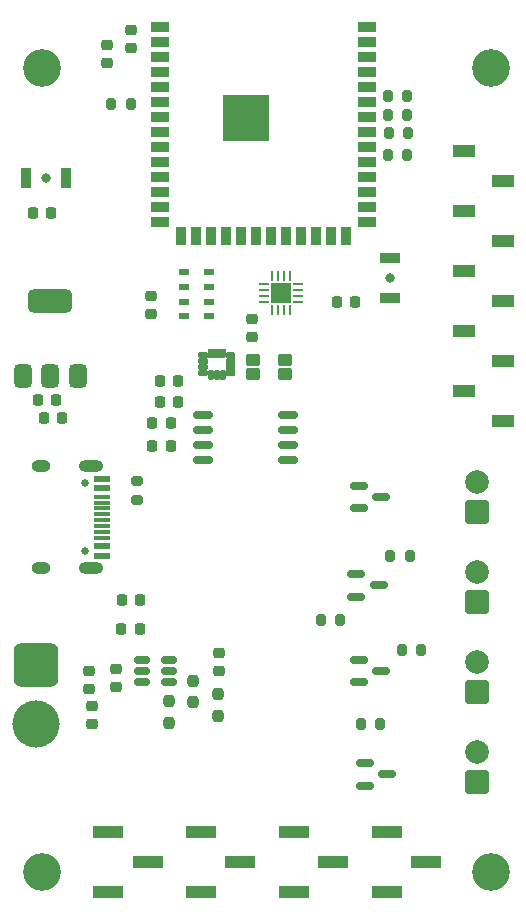
<source format=gbr>
%TF.GenerationSoftware,KiCad,Pcbnew,9.0.6*%
%TF.CreationDate,2025-12-29T20:27:24-08:00*%
%TF.ProjectId,Sigma1,5369676d-6131-42e6-9b69-6361645f7063,rev?*%
%TF.SameCoordinates,Original*%
%TF.FileFunction,Soldermask,Top*%
%TF.FilePolarity,Negative*%
%FSLAX46Y46*%
G04 Gerber Fmt 4.6, Leading zero omitted, Abs format (unit mm)*
G04 Created by KiCad (PCBNEW 9.0.6) date 2025-12-29 20:27:24*
%MOMM*%
%LPD*%
G01*
G04 APERTURE LIST*
G04 Aperture macros list*
%AMRoundRect*
0 Rectangle with rounded corners*
0 $1 Rounding radius*
0 $2 $3 $4 $5 $6 $7 $8 $9 X,Y pos of 4 corners*
0 Add a 4 corners polygon primitive as box body*
4,1,4,$2,$3,$4,$5,$6,$7,$8,$9,$2,$3,0*
0 Add four circle primitives for the rounded corners*
1,1,$1+$1,$2,$3*
1,1,$1+$1,$4,$5*
1,1,$1+$1,$6,$7*
1,1,$1+$1,$8,$9*
0 Add four rect primitives between the rounded corners*
20,1,$1+$1,$2,$3,$4,$5,0*
20,1,$1+$1,$4,$5,$6,$7,0*
20,1,$1+$1,$6,$7,$8,$9,0*
20,1,$1+$1,$8,$9,$2,$3,0*%
G04 Aperture macros list end*
%ADD10C,0.010000*%
%ADD11RoundRect,0.250000X0.750000X-0.750000X0.750000X0.750000X-0.750000X0.750000X-0.750000X-0.750000X0*%
%ADD12C,2.000000*%
%ADD13RoundRect,0.237500X0.237500X-0.250000X0.237500X0.250000X-0.237500X0.250000X-0.237500X-0.250000X0*%
%ADD14RoundRect,0.237500X-0.237500X0.250000X-0.237500X-0.250000X0.237500X-0.250000X0.237500X0.250000X0*%
%ADD15RoundRect,0.225000X0.225000X0.250000X-0.225000X0.250000X-0.225000X-0.250000X0.225000X-0.250000X0*%
%ADD16RoundRect,0.200000X-0.200000X-0.275000X0.200000X-0.275000X0.200000X0.275000X-0.200000X0.275000X0*%
%ADD17RoundRect,0.225000X-0.225000X-0.250000X0.225000X-0.250000X0.225000X0.250000X-0.225000X0.250000X0*%
%ADD18R,0.950000X0.550000*%
%ADD19R,1.500000X0.900000*%
%ADD20R,0.900000X1.500000*%
%ADD21C,0.600000*%
%ADD22R,3.900000X3.900000*%
%ADD23RoundRect,0.200000X0.275000X-0.200000X0.275000X0.200000X-0.275000X0.200000X-0.275000X-0.200000X0*%
%ADD24C,0.800000*%
%ADD25R,1.700000X0.900000*%
%ADD26RoundRect,0.225000X-0.250000X0.225000X-0.250000X-0.225000X0.250000X-0.225000X0.250000X0.225000X0*%
%ADD27RoundRect,0.162500X0.650000X0.162500X-0.650000X0.162500X-0.650000X-0.162500X0.650000X-0.162500X0*%
%ADD28C,3.200000*%
%ADD29RoundRect,0.760000X-1.140000X1.140000X-1.140000X-1.140000X1.140000X-1.140000X1.140000X1.140000X0*%
%ADD30C,4.000000*%
%ADD31R,1.900000X1.000000*%
%ADD32RoundRect,0.150000X-0.587500X-0.150000X0.587500X-0.150000X0.587500X0.150000X-0.587500X0.150000X0*%
%ADD33R,2.510000X1.000000*%
%ADD34RoundRect,0.062500X-0.356250X-0.062500X0.356250X-0.062500X0.356250X0.062500X-0.356250X0.062500X0*%
%ADD35RoundRect,0.062500X-0.062500X-0.356250X0.062500X-0.356250X0.062500X0.356250X-0.062500X0.356250X0*%
%ADD36R,1.675000X1.675000*%
%ADD37RoundRect,0.225000X0.250000X-0.225000X0.250000X0.225000X-0.250000X0.225000X-0.250000X-0.225000X0*%
%ADD38RoundRect,0.375000X0.375000X-0.625000X0.375000X0.625000X-0.375000X0.625000X-0.375000X-0.625000X0*%
%ADD39RoundRect,0.500000X1.400000X-0.500000X1.400000X0.500000X-1.400000X0.500000X-1.400000X-0.500000X0*%
%ADD40R,0.900000X1.700000*%
%ADD41RoundRect,0.102000X-0.500000X-0.400000X0.500000X-0.400000X0.500000X0.400000X-0.500000X0.400000X0*%
%ADD42C,0.650000*%
%ADD43R,1.450000X0.600000*%
%ADD44R,1.450000X0.300000*%
%ADD45O,2.100000X1.000000*%
%ADD46O,1.600000X1.000000*%
%ADD47RoundRect,0.150000X-0.512500X-0.150000X0.512500X-0.150000X0.512500X0.150000X-0.512500X0.150000X0*%
G04 APERTURE END LIST*
D10*
%TO.C,U3*%
X30818000Y-41026000D02*
X30825000Y-41027000D01*
X30831000Y-41028000D01*
X30837000Y-41029000D01*
X30844000Y-41031000D01*
X30850000Y-41033000D01*
X30856000Y-41036000D01*
X30862000Y-41039000D01*
X30868000Y-41042000D01*
X30873000Y-41045000D01*
X30878000Y-41049000D01*
X30884000Y-41053000D01*
X30889000Y-41057000D01*
X30893000Y-41062000D01*
X30898000Y-41066000D01*
X30902000Y-41071000D01*
X30906000Y-41077000D01*
X30910000Y-41082000D01*
X30913000Y-41088000D01*
X30916000Y-41093000D01*
X30919000Y-41099000D01*
X30922000Y-41105000D01*
X30924000Y-41111000D01*
X30926000Y-41118000D01*
X30927000Y-41124000D01*
X30928000Y-41130000D01*
X30929000Y-41137000D01*
X30930000Y-41143000D01*
X30930000Y-41150000D01*
X30930000Y-41350000D01*
X30930000Y-41357000D01*
X30929000Y-41363000D01*
X30928000Y-41370000D01*
X30927000Y-41376000D01*
X30926000Y-41382000D01*
X30924000Y-41389000D01*
X30922000Y-41395000D01*
X30919000Y-41401000D01*
X30916000Y-41407000D01*
X30913000Y-41412000D01*
X30910000Y-41418000D01*
X30906000Y-41423000D01*
X30902000Y-41429000D01*
X30898000Y-41434000D01*
X30893000Y-41438000D01*
X30889000Y-41443000D01*
X30884000Y-41447000D01*
X30878000Y-41451000D01*
X30873000Y-41455000D01*
X30868000Y-41458000D01*
X30862000Y-41461000D01*
X30856000Y-41464000D01*
X30850000Y-41467000D01*
X30844000Y-41469000D01*
X30837000Y-41471000D01*
X30831000Y-41472000D01*
X30825000Y-41473000D01*
X30818000Y-41474000D01*
X30812000Y-41475000D01*
X30805000Y-41475000D01*
X30365000Y-41475000D01*
X30358000Y-41475000D01*
X30352000Y-41474000D01*
X30345000Y-41473000D01*
X30339000Y-41472000D01*
X30333000Y-41471000D01*
X30326000Y-41469000D01*
X30320000Y-41467000D01*
X30314000Y-41464000D01*
X30308000Y-41461000D01*
X30302000Y-41458000D01*
X30297000Y-41455000D01*
X30292000Y-41451000D01*
X30286000Y-41447000D01*
X30281000Y-41443000D01*
X30277000Y-41438000D01*
X30272000Y-41434000D01*
X30268000Y-41429000D01*
X30264000Y-41423000D01*
X30260000Y-41418000D01*
X30257000Y-41412000D01*
X30254000Y-41407000D01*
X30251000Y-41401000D01*
X30248000Y-41395000D01*
X30246000Y-41389000D01*
X30244000Y-41382000D01*
X30243000Y-41376000D01*
X30242000Y-41370000D01*
X30241000Y-41363000D01*
X30240000Y-41357000D01*
X30240000Y-41350000D01*
X30240000Y-41150000D01*
X30240000Y-41143000D01*
X30241000Y-41137000D01*
X30242000Y-41130000D01*
X30243000Y-41124000D01*
X30244000Y-41118000D01*
X30246000Y-41111000D01*
X30248000Y-41105000D01*
X30251000Y-41099000D01*
X30254000Y-41093000D01*
X30257000Y-41088000D01*
X30260000Y-41082000D01*
X30264000Y-41077000D01*
X30268000Y-41071000D01*
X30272000Y-41066000D01*
X30277000Y-41062000D01*
X30281000Y-41057000D01*
X30286000Y-41053000D01*
X30292000Y-41049000D01*
X30297000Y-41045000D01*
X30302000Y-41042000D01*
X30308000Y-41039000D01*
X30314000Y-41036000D01*
X30320000Y-41033000D01*
X30326000Y-41031000D01*
X30333000Y-41029000D01*
X30339000Y-41028000D01*
X30345000Y-41027000D01*
X30352000Y-41026000D01*
X30358000Y-41025000D01*
X30365000Y-41025000D01*
X30805000Y-41025000D01*
X30812000Y-41025000D01*
X30818000Y-41026000D01*
G36*
X30818000Y-41026000D02*
G01*
X30825000Y-41027000D01*
X30831000Y-41028000D01*
X30837000Y-41029000D01*
X30844000Y-41031000D01*
X30850000Y-41033000D01*
X30856000Y-41036000D01*
X30862000Y-41039000D01*
X30868000Y-41042000D01*
X30873000Y-41045000D01*
X30878000Y-41049000D01*
X30884000Y-41053000D01*
X30889000Y-41057000D01*
X30893000Y-41062000D01*
X30898000Y-41066000D01*
X30902000Y-41071000D01*
X30906000Y-41077000D01*
X30910000Y-41082000D01*
X30913000Y-41088000D01*
X30916000Y-41093000D01*
X30919000Y-41099000D01*
X30922000Y-41105000D01*
X30924000Y-41111000D01*
X30926000Y-41118000D01*
X30927000Y-41124000D01*
X30928000Y-41130000D01*
X30929000Y-41137000D01*
X30930000Y-41143000D01*
X30930000Y-41150000D01*
X30930000Y-41350000D01*
X30930000Y-41357000D01*
X30929000Y-41363000D01*
X30928000Y-41370000D01*
X30927000Y-41376000D01*
X30926000Y-41382000D01*
X30924000Y-41389000D01*
X30922000Y-41395000D01*
X30919000Y-41401000D01*
X30916000Y-41407000D01*
X30913000Y-41412000D01*
X30910000Y-41418000D01*
X30906000Y-41423000D01*
X30902000Y-41429000D01*
X30898000Y-41434000D01*
X30893000Y-41438000D01*
X30889000Y-41443000D01*
X30884000Y-41447000D01*
X30878000Y-41451000D01*
X30873000Y-41455000D01*
X30868000Y-41458000D01*
X30862000Y-41461000D01*
X30856000Y-41464000D01*
X30850000Y-41467000D01*
X30844000Y-41469000D01*
X30837000Y-41471000D01*
X30831000Y-41472000D01*
X30825000Y-41473000D01*
X30818000Y-41474000D01*
X30812000Y-41475000D01*
X30805000Y-41475000D01*
X30365000Y-41475000D01*
X30358000Y-41475000D01*
X30352000Y-41474000D01*
X30345000Y-41473000D01*
X30339000Y-41472000D01*
X30333000Y-41471000D01*
X30326000Y-41469000D01*
X30320000Y-41467000D01*
X30314000Y-41464000D01*
X30308000Y-41461000D01*
X30302000Y-41458000D01*
X30297000Y-41455000D01*
X30292000Y-41451000D01*
X30286000Y-41447000D01*
X30281000Y-41443000D01*
X30277000Y-41438000D01*
X30272000Y-41434000D01*
X30268000Y-41429000D01*
X30264000Y-41423000D01*
X30260000Y-41418000D01*
X30257000Y-41412000D01*
X30254000Y-41407000D01*
X30251000Y-41401000D01*
X30248000Y-41395000D01*
X30246000Y-41389000D01*
X30244000Y-41382000D01*
X30243000Y-41376000D01*
X30242000Y-41370000D01*
X30241000Y-41363000D01*
X30240000Y-41357000D01*
X30240000Y-41350000D01*
X30240000Y-41150000D01*
X30240000Y-41143000D01*
X30241000Y-41137000D01*
X30242000Y-41130000D01*
X30243000Y-41124000D01*
X30244000Y-41118000D01*
X30246000Y-41111000D01*
X30248000Y-41105000D01*
X30251000Y-41099000D01*
X30254000Y-41093000D01*
X30257000Y-41088000D01*
X30260000Y-41082000D01*
X30264000Y-41077000D01*
X30268000Y-41071000D01*
X30272000Y-41066000D01*
X30277000Y-41062000D01*
X30281000Y-41057000D01*
X30286000Y-41053000D01*
X30292000Y-41049000D01*
X30297000Y-41045000D01*
X30302000Y-41042000D01*
X30308000Y-41039000D01*
X30314000Y-41036000D01*
X30320000Y-41033000D01*
X30326000Y-41031000D01*
X30333000Y-41029000D01*
X30339000Y-41028000D01*
X30345000Y-41027000D01*
X30352000Y-41026000D01*
X30358000Y-41025000D01*
X30365000Y-41025000D01*
X30805000Y-41025000D01*
X30812000Y-41025000D01*
X30818000Y-41026000D01*
G37*
X30818000Y-41526000D02*
X30825000Y-41527000D01*
X30831000Y-41528000D01*
X30837000Y-41529000D01*
X30844000Y-41531000D01*
X30850000Y-41533000D01*
X30856000Y-41536000D01*
X30862000Y-41539000D01*
X30868000Y-41542000D01*
X30873000Y-41545000D01*
X30878000Y-41549000D01*
X30884000Y-41553000D01*
X30889000Y-41557000D01*
X30893000Y-41562000D01*
X30898000Y-41566000D01*
X30902000Y-41571000D01*
X30906000Y-41577000D01*
X30910000Y-41582000D01*
X30913000Y-41588000D01*
X30916000Y-41593000D01*
X30919000Y-41599000D01*
X30922000Y-41605000D01*
X30924000Y-41611000D01*
X30926000Y-41618000D01*
X30927000Y-41624000D01*
X30928000Y-41630000D01*
X30929000Y-41637000D01*
X30930000Y-41643000D01*
X30930000Y-41650000D01*
X30930000Y-41850000D01*
X30930000Y-41857000D01*
X30929000Y-41863000D01*
X30928000Y-41870000D01*
X30927000Y-41876000D01*
X30926000Y-41882000D01*
X30924000Y-41889000D01*
X30922000Y-41895000D01*
X30919000Y-41901000D01*
X30916000Y-41907000D01*
X30913000Y-41912000D01*
X30910000Y-41918000D01*
X30906000Y-41923000D01*
X30902000Y-41929000D01*
X30898000Y-41934000D01*
X30893000Y-41938000D01*
X30889000Y-41943000D01*
X30884000Y-41947000D01*
X30878000Y-41951000D01*
X30873000Y-41955000D01*
X30868000Y-41958000D01*
X30862000Y-41961000D01*
X30856000Y-41964000D01*
X30850000Y-41967000D01*
X30844000Y-41969000D01*
X30837000Y-41971000D01*
X30831000Y-41972000D01*
X30825000Y-41973000D01*
X30818000Y-41974000D01*
X30812000Y-41975000D01*
X30805000Y-41975000D01*
X30365000Y-41975000D01*
X30358000Y-41975000D01*
X30352000Y-41974000D01*
X30345000Y-41973000D01*
X30339000Y-41972000D01*
X30333000Y-41971000D01*
X30326000Y-41969000D01*
X30320000Y-41967000D01*
X30314000Y-41964000D01*
X30308000Y-41961000D01*
X30302000Y-41958000D01*
X30297000Y-41955000D01*
X30292000Y-41951000D01*
X30286000Y-41947000D01*
X30281000Y-41943000D01*
X30277000Y-41938000D01*
X30272000Y-41934000D01*
X30268000Y-41929000D01*
X30264000Y-41923000D01*
X30260000Y-41918000D01*
X30257000Y-41912000D01*
X30254000Y-41907000D01*
X30251000Y-41901000D01*
X30248000Y-41895000D01*
X30246000Y-41889000D01*
X30244000Y-41882000D01*
X30243000Y-41876000D01*
X30242000Y-41870000D01*
X30241000Y-41863000D01*
X30240000Y-41857000D01*
X30240000Y-41850000D01*
X30240000Y-41650000D01*
X30240000Y-41643000D01*
X30241000Y-41637000D01*
X30242000Y-41630000D01*
X30243000Y-41624000D01*
X30244000Y-41618000D01*
X30246000Y-41611000D01*
X30248000Y-41605000D01*
X30251000Y-41599000D01*
X30254000Y-41593000D01*
X30257000Y-41588000D01*
X30260000Y-41582000D01*
X30264000Y-41577000D01*
X30268000Y-41571000D01*
X30272000Y-41566000D01*
X30277000Y-41562000D01*
X30281000Y-41557000D01*
X30286000Y-41553000D01*
X30292000Y-41549000D01*
X30297000Y-41545000D01*
X30302000Y-41542000D01*
X30308000Y-41539000D01*
X30314000Y-41536000D01*
X30320000Y-41533000D01*
X30326000Y-41531000D01*
X30333000Y-41529000D01*
X30339000Y-41528000D01*
X30345000Y-41527000D01*
X30352000Y-41526000D01*
X30358000Y-41525000D01*
X30365000Y-41525000D01*
X30805000Y-41525000D01*
X30812000Y-41525000D01*
X30818000Y-41526000D01*
G36*
X30818000Y-41526000D02*
G01*
X30825000Y-41527000D01*
X30831000Y-41528000D01*
X30837000Y-41529000D01*
X30844000Y-41531000D01*
X30850000Y-41533000D01*
X30856000Y-41536000D01*
X30862000Y-41539000D01*
X30868000Y-41542000D01*
X30873000Y-41545000D01*
X30878000Y-41549000D01*
X30884000Y-41553000D01*
X30889000Y-41557000D01*
X30893000Y-41562000D01*
X30898000Y-41566000D01*
X30902000Y-41571000D01*
X30906000Y-41577000D01*
X30910000Y-41582000D01*
X30913000Y-41588000D01*
X30916000Y-41593000D01*
X30919000Y-41599000D01*
X30922000Y-41605000D01*
X30924000Y-41611000D01*
X30926000Y-41618000D01*
X30927000Y-41624000D01*
X30928000Y-41630000D01*
X30929000Y-41637000D01*
X30930000Y-41643000D01*
X30930000Y-41650000D01*
X30930000Y-41850000D01*
X30930000Y-41857000D01*
X30929000Y-41863000D01*
X30928000Y-41870000D01*
X30927000Y-41876000D01*
X30926000Y-41882000D01*
X30924000Y-41889000D01*
X30922000Y-41895000D01*
X30919000Y-41901000D01*
X30916000Y-41907000D01*
X30913000Y-41912000D01*
X30910000Y-41918000D01*
X30906000Y-41923000D01*
X30902000Y-41929000D01*
X30898000Y-41934000D01*
X30893000Y-41938000D01*
X30889000Y-41943000D01*
X30884000Y-41947000D01*
X30878000Y-41951000D01*
X30873000Y-41955000D01*
X30868000Y-41958000D01*
X30862000Y-41961000D01*
X30856000Y-41964000D01*
X30850000Y-41967000D01*
X30844000Y-41969000D01*
X30837000Y-41971000D01*
X30831000Y-41972000D01*
X30825000Y-41973000D01*
X30818000Y-41974000D01*
X30812000Y-41975000D01*
X30805000Y-41975000D01*
X30365000Y-41975000D01*
X30358000Y-41975000D01*
X30352000Y-41974000D01*
X30345000Y-41973000D01*
X30339000Y-41972000D01*
X30333000Y-41971000D01*
X30326000Y-41969000D01*
X30320000Y-41967000D01*
X30314000Y-41964000D01*
X30308000Y-41961000D01*
X30302000Y-41958000D01*
X30297000Y-41955000D01*
X30292000Y-41951000D01*
X30286000Y-41947000D01*
X30281000Y-41943000D01*
X30277000Y-41938000D01*
X30272000Y-41934000D01*
X30268000Y-41929000D01*
X30264000Y-41923000D01*
X30260000Y-41918000D01*
X30257000Y-41912000D01*
X30254000Y-41907000D01*
X30251000Y-41901000D01*
X30248000Y-41895000D01*
X30246000Y-41889000D01*
X30244000Y-41882000D01*
X30243000Y-41876000D01*
X30242000Y-41870000D01*
X30241000Y-41863000D01*
X30240000Y-41857000D01*
X30240000Y-41850000D01*
X30240000Y-41650000D01*
X30240000Y-41643000D01*
X30241000Y-41637000D01*
X30242000Y-41630000D01*
X30243000Y-41624000D01*
X30244000Y-41618000D01*
X30246000Y-41611000D01*
X30248000Y-41605000D01*
X30251000Y-41599000D01*
X30254000Y-41593000D01*
X30257000Y-41588000D01*
X30260000Y-41582000D01*
X30264000Y-41577000D01*
X30268000Y-41571000D01*
X30272000Y-41566000D01*
X30277000Y-41562000D01*
X30281000Y-41557000D01*
X30286000Y-41553000D01*
X30292000Y-41549000D01*
X30297000Y-41545000D01*
X30302000Y-41542000D01*
X30308000Y-41539000D01*
X30314000Y-41536000D01*
X30320000Y-41533000D01*
X30326000Y-41531000D01*
X30333000Y-41529000D01*
X30339000Y-41528000D01*
X30345000Y-41527000D01*
X30352000Y-41526000D01*
X30358000Y-41525000D01*
X30365000Y-41525000D01*
X30805000Y-41525000D01*
X30812000Y-41525000D01*
X30818000Y-41526000D01*
G37*
X30818000Y-42026000D02*
X30825000Y-42027000D01*
X30831000Y-42028000D01*
X30837000Y-42029000D01*
X30844000Y-42031000D01*
X30850000Y-42033000D01*
X30856000Y-42036000D01*
X30862000Y-42039000D01*
X30868000Y-42042000D01*
X30873000Y-42045000D01*
X30878000Y-42049000D01*
X30884000Y-42053000D01*
X30889000Y-42057000D01*
X30893000Y-42062000D01*
X30898000Y-42066000D01*
X30902000Y-42071000D01*
X30906000Y-42077000D01*
X30910000Y-42082000D01*
X30913000Y-42088000D01*
X30916000Y-42093000D01*
X30919000Y-42099000D01*
X30922000Y-42105000D01*
X30924000Y-42111000D01*
X30926000Y-42118000D01*
X30927000Y-42124000D01*
X30928000Y-42130000D01*
X30929000Y-42137000D01*
X30930000Y-42143000D01*
X30930000Y-42150000D01*
X30930000Y-42350000D01*
X30930000Y-42357000D01*
X30929000Y-42363000D01*
X30928000Y-42370000D01*
X30927000Y-42376000D01*
X30926000Y-42382000D01*
X30924000Y-42389000D01*
X30922000Y-42395000D01*
X30919000Y-42401000D01*
X30916000Y-42407000D01*
X30913000Y-42412000D01*
X30910000Y-42418000D01*
X30906000Y-42423000D01*
X30902000Y-42429000D01*
X30898000Y-42434000D01*
X30893000Y-42438000D01*
X30889000Y-42443000D01*
X30884000Y-42447000D01*
X30878000Y-42451000D01*
X30873000Y-42455000D01*
X30868000Y-42458000D01*
X30862000Y-42461000D01*
X30856000Y-42464000D01*
X30850000Y-42467000D01*
X30844000Y-42469000D01*
X30837000Y-42471000D01*
X30831000Y-42472000D01*
X30825000Y-42473000D01*
X30818000Y-42474000D01*
X30812000Y-42475000D01*
X30805000Y-42475000D01*
X30365000Y-42475000D01*
X30358000Y-42475000D01*
X30352000Y-42474000D01*
X30345000Y-42473000D01*
X30339000Y-42472000D01*
X30333000Y-42471000D01*
X30326000Y-42469000D01*
X30320000Y-42467000D01*
X30314000Y-42464000D01*
X30308000Y-42461000D01*
X30302000Y-42458000D01*
X30297000Y-42455000D01*
X30292000Y-42451000D01*
X30286000Y-42447000D01*
X30281000Y-42443000D01*
X30277000Y-42438000D01*
X30272000Y-42434000D01*
X30268000Y-42429000D01*
X30264000Y-42423000D01*
X30260000Y-42418000D01*
X30257000Y-42412000D01*
X30254000Y-42407000D01*
X30251000Y-42401000D01*
X30248000Y-42395000D01*
X30246000Y-42389000D01*
X30244000Y-42382000D01*
X30243000Y-42376000D01*
X30242000Y-42370000D01*
X30241000Y-42363000D01*
X30240000Y-42357000D01*
X30240000Y-42350000D01*
X30240000Y-42150000D01*
X30240000Y-42143000D01*
X30241000Y-42137000D01*
X30242000Y-42130000D01*
X30243000Y-42124000D01*
X30244000Y-42118000D01*
X30246000Y-42111000D01*
X30248000Y-42105000D01*
X30251000Y-42099000D01*
X30254000Y-42093000D01*
X30257000Y-42088000D01*
X30260000Y-42082000D01*
X30264000Y-42077000D01*
X30268000Y-42071000D01*
X30272000Y-42066000D01*
X30277000Y-42062000D01*
X30281000Y-42057000D01*
X30286000Y-42053000D01*
X30292000Y-42049000D01*
X30297000Y-42045000D01*
X30302000Y-42042000D01*
X30308000Y-42039000D01*
X30314000Y-42036000D01*
X30320000Y-42033000D01*
X30326000Y-42031000D01*
X30333000Y-42029000D01*
X30339000Y-42028000D01*
X30345000Y-42027000D01*
X30352000Y-42026000D01*
X30358000Y-42025000D01*
X30365000Y-42025000D01*
X30805000Y-42025000D01*
X30812000Y-42025000D01*
X30818000Y-42026000D01*
G36*
X30818000Y-42026000D02*
G01*
X30825000Y-42027000D01*
X30831000Y-42028000D01*
X30837000Y-42029000D01*
X30844000Y-42031000D01*
X30850000Y-42033000D01*
X30856000Y-42036000D01*
X30862000Y-42039000D01*
X30868000Y-42042000D01*
X30873000Y-42045000D01*
X30878000Y-42049000D01*
X30884000Y-42053000D01*
X30889000Y-42057000D01*
X30893000Y-42062000D01*
X30898000Y-42066000D01*
X30902000Y-42071000D01*
X30906000Y-42077000D01*
X30910000Y-42082000D01*
X30913000Y-42088000D01*
X30916000Y-42093000D01*
X30919000Y-42099000D01*
X30922000Y-42105000D01*
X30924000Y-42111000D01*
X30926000Y-42118000D01*
X30927000Y-42124000D01*
X30928000Y-42130000D01*
X30929000Y-42137000D01*
X30930000Y-42143000D01*
X30930000Y-42150000D01*
X30930000Y-42350000D01*
X30930000Y-42357000D01*
X30929000Y-42363000D01*
X30928000Y-42370000D01*
X30927000Y-42376000D01*
X30926000Y-42382000D01*
X30924000Y-42389000D01*
X30922000Y-42395000D01*
X30919000Y-42401000D01*
X30916000Y-42407000D01*
X30913000Y-42412000D01*
X30910000Y-42418000D01*
X30906000Y-42423000D01*
X30902000Y-42429000D01*
X30898000Y-42434000D01*
X30893000Y-42438000D01*
X30889000Y-42443000D01*
X30884000Y-42447000D01*
X30878000Y-42451000D01*
X30873000Y-42455000D01*
X30868000Y-42458000D01*
X30862000Y-42461000D01*
X30856000Y-42464000D01*
X30850000Y-42467000D01*
X30844000Y-42469000D01*
X30837000Y-42471000D01*
X30831000Y-42472000D01*
X30825000Y-42473000D01*
X30818000Y-42474000D01*
X30812000Y-42475000D01*
X30805000Y-42475000D01*
X30365000Y-42475000D01*
X30358000Y-42475000D01*
X30352000Y-42474000D01*
X30345000Y-42473000D01*
X30339000Y-42472000D01*
X30333000Y-42471000D01*
X30326000Y-42469000D01*
X30320000Y-42467000D01*
X30314000Y-42464000D01*
X30308000Y-42461000D01*
X30302000Y-42458000D01*
X30297000Y-42455000D01*
X30292000Y-42451000D01*
X30286000Y-42447000D01*
X30281000Y-42443000D01*
X30277000Y-42438000D01*
X30272000Y-42434000D01*
X30268000Y-42429000D01*
X30264000Y-42423000D01*
X30260000Y-42418000D01*
X30257000Y-42412000D01*
X30254000Y-42407000D01*
X30251000Y-42401000D01*
X30248000Y-42395000D01*
X30246000Y-42389000D01*
X30244000Y-42382000D01*
X30243000Y-42376000D01*
X30242000Y-42370000D01*
X30241000Y-42363000D01*
X30240000Y-42357000D01*
X30240000Y-42350000D01*
X30240000Y-42150000D01*
X30240000Y-42143000D01*
X30241000Y-42137000D01*
X30242000Y-42130000D01*
X30243000Y-42124000D01*
X30244000Y-42118000D01*
X30246000Y-42111000D01*
X30248000Y-42105000D01*
X30251000Y-42099000D01*
X30254000Y-42093000D01*
X30257000Y-42088000D01*
X30260000Y-42082000D01*
X30264000Y-42077000D01*
X30268000Y-42071000D01*
X30272000Y-42066000D01*
X30277000Y-42062000D01*
X30281000Y-42057000D01*
X30286000Y-42053000D01*
X30292000Y-42049000D01*
X30297000Y-42045000D01*
X30302000Y-42042000D01*
X30308000Y-42039000D01*
X30314000Y-42036000D01*
X30320000Y-42033000D01*
X30326000Y-42031000D01*
X30333000Y-42029000D01*
X30339000Y-42028000D01*
X30345000Y-42027000D01*
X30352000Y-42026000D01*
X30358000Y-42025000D01*
X30365000Y-42025000D01*
X30805000Y-42025000D01*
X30812000Y-42025000D01*
X30818000Y-42026000D01*
G37*
X30818000Y-42526000D02*
X30825000Y-42527000D01*
X30831000Y-42528000D01*
X30837000Y-42529000D01*
X30844000Y-42531000D01*
X30850000Y-42533000D01*
X30856000Y-42536000D01*
X30862000Y-42539000D01*
X30868000Y-42542000D01*
X30873000Y-42545000D01*
X30878000Y-42549000D01*
X30884000Y-42553000D01*
X30889000Y-42557000D01*
X30893000Y-42562000D01*
X30898000Y-42566000D01*
X30902000Y-42571000D01*
X30906000Y-42577000D01*
X30910000Y-42582000D01*
X30913000Y-42588000D01*
X30916000Y-42593000D01*
X30919000Y-42599000D01*
X30922000Y-42605000D01*
X30924000Y-42611000D01*
X30926000Y-42618000D01*
X30927000Y-42624000D01*
X30928000Y-42630000D01*
X30929000Y-42637000D01*
X30930000Y-42643000D01*
X30930000Y-42650000D01*
X30930000Y-42850000D01*
X30930000Y-42857000D01*
X30929000Y-42863000D01*
X30928000Y-42870000D01*
X30927000Y-42876000D01*
X30926000Y-42882000D01*
X30924000Y-42889000D01*
X30922000Y-42895000D01*
X30919000Y-42901000D01*
X30916000Y-42907000D01*
X30913000Y-42912000D01*
X30910000Y-42918000D01*
X30906000Y-42923000D01*
X30902000Y-42929000D01*
X30898000Y-42934000D01*
X30893000Y-42938000D01*
X30889000Y-42943000D01*
X30884000Y-42947000D01*
X30878000Y-42951000D01*
X30873000Y-42955000D01*
X30868000Y-42958000D01*
X30862000Y-42961000D01*
X30856000Y-42964000D01*
X30850000Y-42967000D01*
X30844000Y-42969000D01*
X30837000Y-42971000D01*
X30831000Y-42972000D01*
X30825000Y-42973000D01*
X30818000Y-42974000D01*
X30812000Y-42975000D01*
X30805000Y-42975000D01*
X30365000Y-42975000D01*
X30358000Y-42975000D01*
X30352000Y-42974000D01*
X30345000Y-42973000D01*
X30339000Y-42972000D01*
X30333000Y-42971000D01*
X30326000Y-42969000D01*
X30320000Y-42967000D01*
X30314000Y-42964000D01*
X30308000Y-42961000D01*
X30302000Y-42958000D01*
X30297000Y-42955000D01*
X30292000Y-42951000D01*
X30286000Y-42947000D01*
X30281000Y-42943000D01*
X30277000Y-42938000D01*
X30272000Y-42934000D01*
X30268000Y-42929000D01*
X30264000Y-42923000D01*
X30260000Y-42918000D01*
X30257000Y-42912000D01*
X30254000Y-42907000D01*
X30251000Y-42901000D01*
X30248000Y-42895000D01*
X30246000Y-42889000D01*
X30244000Y-42882000D01*
X30243000Y-42876000D01*
X30242000Y-42870000D01*
X30241000Y-42863000D01*
X30240000Y-42857000D01*
X30240000Y-42850000D01*
X30240000Y-42650000D01*
X30240000Y-42643000D01*
X30241000Y-42637000D01*
X30242000Y-42630000D01*
X30243000Y-42624000D01*
X30244000Y-42618000D01*
X30246000Y-42611000D01*
X30248000Y-42605000D01*
X30251000Y-42599000D01*
X30254000Y-42593000D01*
X30257000Y-42588000D01*
X30260000Y-42582000D01*
X30264000Y-42577000D01*
X30268000Y-42571000D01*
X30272000Y-42566000D01*
X30277000Y-42562000D01*
X30281000Y-42557000D01*
X30286000Y-42553000D01*
X30292000Y-42549000D01*
X30297000Y-42545000D01*
X30302000Y-42542000D01*
X30308000Y-42539000D01*
X30314000Y-42536000D01*
X30320000Y-42533000D01*
X30326000Y-42531000D01*
X30333000Y-42529000D01*
X30339000Y-42528000D01*
X30345000Y-42527000D01*
X30352000Y-42526000D01*
X30358000Y-42525000D01*
X30365000Y-42525000D01*
X30805000Y-42525000D01*
X30812000Y-42525000D01*
X30818000Y-42526000D01*
G36*
X30818000Y-42526000D02*
G01*
X30825000Y-42527000D01*
X30831000Y-42528000D01*
X30837000Y-42529000D01*
X30844000Y-42531000D01*
X30850000Y-42533000D01*
X30856000Y-42536000D01*
X30862000Y-42539000D01*
X30868000Y-42542000D01*
X30873000Y-42545000D01*
X30878000Y-42549000D01*
X30884000Y-42553000D01*
X30889000Y-42557000D01*
X30893000Y-42562000D01*
X30898000Y-42566000D01*
X30902000Y-42571000D01*
X30906000Y-42577000D01*
X30910000Y-42582000D01*
X30913000Y-42588000D01*
X30916000Y-42593000D01*
X30919000Y-42599000D01*
X30922000Y-42605000D01*
X30924000Y-42611000D01*
X30926000Y-42618000D01*
X30927000Y-42624000D01*
X30928000Y-42630000D01*
X30929000Y-42637000D01*
X30930000Y-42643000D01*
X30930000Y-42650000D01*
X30930000Y-42850000D01*
X30930000Y-42857000D01*
X30929000Y-42863000D01*
X30928000Y-42870000D01*
X30927000Y-42876000D01*
X30926000Y-42882000D01*
X30924000Y-42889000D01*
X30922000Y-42895000D01*
X30919000Y-42901000D01*
X30916000Y-42907000D01*
X30913000Y-42912000D01*
X30910000Y-42918000D01*
X30906000Y-42923000D01*
X30902000Y-42929000D01*
X30898000Y-42934000D01*
X30893000Y-42938000D01*
X30889000Y-42943000D01*
X30884000Y-42947000D01*
X30878000Y-42951000D01*
X30873000Y-42955000D01*
X30868000Y-42958000D01*
X30862000Y-42961000D01*
X30856000Y-42964000D01*
X30850000Y-42967000D01*
X30844000Y-42969000D01*
X30837000Y-42971000D01*
X30831000Y-42972000D01*
X30825000Y-42973000D01*
X30818000Y-42974000D01*
X30812000Y-42975000D01*
X30805000Y-42975000D01*
X30365000Y-42975000D01*
X30358000Y-42975000D01*
X30352000Y-42974000D01*
X30345000Y-42973000D01*
X30339000Y-42972000D01*
X30333000Y-42971000D01*
X30326000Y-42969000D01*
X30320000Y-42967000D01*
X30314000Y-42964000D01*
X30308000Y-42961000D01*
X30302000Y-42958000D01*
X30297000Y-42955000D01*
X30292000Y-42951000D01*
X30286000Y-42947000D01*
X30281000Y-42943000D01*
X30277000Y-42938000D01*
X30272000Y-42934000D01*
X30268000Y-42929000D01*
X30264000Y-42923000D01*
X30260000Y-42918000D01*
X30257000Y-42912000D01*
X30254000Y-42907000D01*
X30251000Y-42901000D01*
X30248000Y-42895000D01*
X30246000Y-42889000D01*
X30244000Y-42882000D01*
X30243000Y-42876000D01*
X30242000Y-42870000D01*
X30241000Y-42863000D01*
X30240000Y-42857000D01*
X30240000Y-42850000D01*
X30240000Y-42650000D01*
X30240000Y-42643000D01*
X30241000Y-42637000D01*
X30242000Y-42630000D01*
X30243000Y-42624000D01*
X30244000Y-42618000D01*
X30246000Y-42611000D01*
X30248000Y-42605000D01*
X30251000Y-42599000D01*
X30254000Y-42593000D01*
X30257000Y-42588000D01*
X30260000Y-42582000D01*
X30264000Y-42577000D01*
X30268000Y-42571000D01*
X30272000Y-42566000D01*
X30277000Y-42562000D01*
X30281000Y-42557000D01*
X30286000Y-42553000D01*
X30292000Y-42549000D01*
X30297000Y-42545000D01*
X30302000Y-42542000D01*
X30308000Y-42539000D01*
X30314000Y-42536000D01*
X30320000Y-42533000D01*
X30326000Y-42531000D01*
X30333000Y-42529000D01*
X30339000Y-42528000D01*
X30345000Y-42527000D01*
X30352000Y-42526000D01*
X30358000Y-42525000D01*
X30365000Y-42525000D01*
X30805000Y-42525000D01*
X30812000Y-42525000D01*
X30818000Y-42526000D01*
G37*
X31363000Y-40741000D02*
X31370000Y-40742000D01*
X31376000Y-40743000D01*
X31382000Y-40744000D01*
X31389000Y-40746000D01*
X31395000Y-40748000D01*
X31401000Y-40751000D01*
X31407000Y-40754000D01*
X31412000Y-40757000D01*
X31418000Y-40760000D01*
X31423000Y-40764000D01*
X31429000Y-40768000D01*
X31434000Y-40772000D01*
X31438000Y-40777000D01*
X31443000Y-40781000D01*
X31447000Y-40786000D01*
X31451000Y-40792000D01*
X31455000Y-40797000D01*
X31458000Y-40802000D01*
X31461000Y-40808000D01*
X31464000Y-40814000D01*
X31467000Y-40820000D01*
X31469000Y-40826000D01*
X31471000Y-40833000D01*
X31472000Y-40839000D01*
X31473000Y-40845000D01*
X31474000Y-40852000D01*
X31475000Y-40858000D01*
X31475000Y-40865000D01*
X31475000Y-41305000D01*
X31475000Y-41312000D01*
X31474000Y-41318000D01*
X31473000Y-41325000D01*
X31472000Y-41331000D01*
X31471000Y-41337000D01*
X31469000Y-41344000D01*
X31467000Y-41350000D01*
X31464000Y-41356000D01*
X31461000Y-41362000D01*
X31458000Y-41368000D01*
X31455000Y-41373000D01*
X31451000Y-41378000D01*
X31447000Y-41384000D01*
X31443000Y-41389000D01*
X31438000Y-41393000D01*
X31434000Y-41398000D01*
X31429000Y-41402000D01*
X31423000Y-41406000D01*
X31418000Y-41410000D01*
X31412000Y-41413000D01*
X31407000Y-41416000D01*
X31401000Y-41419000D01*
X31395000Y-41422000D01*
X31389000Y-41424000D01*
X31382000Y-41426000D01*
X31376000Y-41427000D01*
X31370000Y-41428000D01*
X31363000Y-41429000D01*
X31357000Y-41430000D01*
X31350000Y-41430000D01*
X31150000Y-41430000D01*
X31143000Y-41430000D01*
X31137000Y-41429000D01*
X31130000Y-41428000D01*
X31124000Y-41427000D01*
X31118000Y-41426000D01*
X31111000Y-41424000D01*
X31105000Y-41422000D01*
X31099000Y-41419000D01*
X31093000Y-41416000D01*
X31087000Y-41413000D01*
X31082000Y-41410000D01*
X31077000Y-41406000D01*
X31071000Y-41402000D01*
X31066000Y-41398000D01*
X31062000Y-41393000D01*
X31057000Y-41389000D01*
X31053000Y-41384000D01*
X31049000Y-41378000D01*
X31045000Y-41373000D01*
X31042000Y-41368000D01*
X31039000Y-41362000D01*
X31036000Y-41356000D01*
X31033000Y-41350000D01*
X31031000Y-41344000D01*
X31029000Y-41337000D01*
X31028000Y-41331000D01*
X31027000Y-41325000D01*
X31026000Y-41318000D01*
X31025000Y-41312000D01*
X31025000Y-41305000D01*
X31025000Y-40865000D01*
X31025000Y-40858000D01*
X31026000Y-40852000D01*
X31027000Y-40845000D01*
X31028000Y-40839000D01*
X31029000Y-40833000D01*
X31031000Y-40826000D01*
X31033000Y-40820000D01*
X31036000Y-40814000D01*
X31039000Y-40808000D01*
X31042000Y-40802000D01*
X31045000Y-40797000D01*
X31049000Y-40792000D01*
X31053000Y-40786000D01*
X31057000Y-40781000D01*
X31062000Y-40777000D01*
X31066000Y-40772000D01*
X31071000Y-40768000D01*
X31077000Y-40764000D01*
X31082000Y-40760000D01*
X31088000Y-40757000D01*
X31093000Y-40754000D01*
X31099000Y-40751000D01*
X31105000Y-40748000D01*
X31111000Y-40746000D01*
X31118000Y-40744000D01*
X31124000Y-40743000D01*
X31130000Y-40742000D01*
X31137000Y-40741000D01*
X31143000Y-40740000D01*
X31150000Y-40740000D01*
X31350000Y-40740000D01*
X31357000Y-40740000D01*
X31363000Y-40741000D01*
G36*
X31363000Y-40741000D02*
G01*
X31370000Y-40742000D01*
X31376000Y-40743000D01*
X31382000Y-40744000D01*
X31389000Y-40746000D01*
X31395000Y-40748000D01*
X31401000Y-40751000D01*
X31407000Y-40754000D01*
X31412000Y-40757000D01*
X31418000Y-40760000D01*
X31423000Y-40764000D01*
X31429000Y-40768000D01*
X31434000Y-40772000D01*
X31438000Y-40777000D01*
X31443000Y-40781000D01*
X31447000Y-40786000D01*
X31451000Y-40792000D01*
X31455000Y-40797000D01*
X31458000Y-40802000D01*
X31461000Y-40808000D01*
X31464000Y-40814000D01*
X31467000Y-40820000D01*
X31469000Y-40826000D01*
X31471000Y-40833000D01*
X31472000Y-40839000D01*
X31473000Y-40845000D01*
X31474000Y-40852000D01*
X31475000Y-40858000D01*
X31475000Y-40865000D01*
X31475000Y-41305000D01*
X31475000Y-41312000D01*
X31474000Y-41318000D01*
X31473000Y-41325000D01*
X31472000Y-41331000D01*
X31471000Y-41337000D01*
X31469000Y-41344000D01*
X31467000Y-41350000D01*
X31464000Y-41356000D01*
X31461000Y-41362000D01*
X31458000Y-41368000D01*
X31455000Y-41373000D01*
X31451000Y-41378000D01*
X31447000Y-41384000D01*
X31443000Y-41389000D01*
X31438000Y-41393000D01*
X31434000Y-41398000D01*
X31429000Y-41402000D01*
X31423000Y-41406000D01*
X31418000Y-41410000D01*
X31412000Y-41413000D01*
X31407000Y-41416000D01*
X31401000Y-41419000D01*
X31395000Y-41422000D01*
X31389000Y-41424000D01*
X31382000Y-41426000D01*
X31376000Y-41427000D01*
X31370000Y-41428000D01*
X31363000Y-41429000D01*
X31357000Y-41430000D01*
X31350000Y-41430000D01*
X31150000Y-41430000D01*
X31143000Y-41430000D01*
X31137000Y-41429000D01*
X31130000Y-41428000D01*
X31124000Y-41427000D01*
X31118000Y-41426000D01*
X31111000Y-41424000D01*
X31105000Y-41422000D01*
X31099000Y-41419000D01*
X31093000Y-41416000D01*
X31087000Y-41413000D01*
X31082000Y-41410000D01*
X31077000Y-41406000D01*
X31071000Y-41402000D01*
X31066000Y-41398000D01*
X31062000Y-41393000D01*
X31057000Y-41389000D01*
X31053000Y-41384000D01*
X31049000Y-41378000D01*
X31045000Y-41373000D01*
X31042000Y-41368000D01*
X31039000Y-41362000D01*
X31036000Y-41356000D01*
X31033000Y-41350000D01*
X31031000Y-41344000D01*
X31029000Y-41337000D01*
X31028000Y-41331000D01*
X31027000Y-41325000D01*
X31026000Y-41318000D01*
X31025000Y-41312000D01*
X31025000Y-41305000D01*
X31025000Y-40865000D01*
X31025000Y-40858000D01*
X31026000Y-40852000D01*
X31027000Y-40845000D01*
X31028000Y-40839000D01*
X31029000Y-40833000D01*
X31031000Y-40826000D01*
X31033000Y-40820000D01*
X31036000Y-40814000D01*
X31039000Y-40808000D01*
X31042000Y-40802000D01*
X31045000Y-40797000D01*
X31049000Y-40792000D01*
X31053000Y-40786000D01*
X31057000Y-40781000D01*
X31062000Y-40777000D01*
X31066000Y-40772000D01*
X31071000Y-40768000D01*
X31077000Y-40764000D01*
X31082000Y-40760000D01*
X31088000Y-40757000D01*
X31093000Y-40754000D01*
X31099000Y-40751000D01*
X31105000Y-40748000D01*
X31111000Y-40746000D01*
X31118000Y-40744000D01*
X31124000Y-40743000D01*
X31130000Y-40742000D01*
X31137000Y-40741000D01*
X31143000Y-40740000D01*
X31150000Y-40740000D01*
X31350000Y-40740000D01*
X31357000Y-40740000D01*
X31363000Y-40741000D01*
G37*
X31363000Y-42571000D02*
X31370000Y-42572000D01*
X31376000Y-42573000D01*
X31382000Y-42574000D01*
X31389000Y-42576000D01*
X31395000Y-42578000D01*
X31401000Y-42581000D01*
X31407000Y-42584000D01*
X31412000Y-42587000D01*
X31418000Y-42590000D01*
X31423000Y-42594000D01*
X31429000Y-42598000D01*
X31434000Y-42602000D01*
X31438000Y-42607000D01*
X31443000Y-42611000D01*
X31447000Y-42616000D01*
X31451000Y-42622000D01*
X31455000Y-42627000D01*
X31458000Y-42632000D01*
X31461000Y-42638000D01*
X31464000Y-42644000D01*
X31467000Y-42650000D01*
X31469000Y-42656000D01*
X31471000Y-42663000D01*
X31472000Y-42669000D01*
X31473000Y-42675000D01*
X31474000Y-42682000D01*
X31475000Y-42688000D01*
X31475000Y-42695000D01*
X31475000Y-43135000D01*
X31475000Y-43142000D01*
X31474000Y-43148000D01*
X31473000Y-43155000D01*
X31472000Y-43161000D01*
X31471000Y-43167000D01*
X31469000Y-43174000D01*
X31467000Y-43180000D01*
X31464000Y-43186000D01*
X31461000Y-43192000D01*
X31458000Y-43198000D01*
X31455000Y-43203000D01*
X31451000Y-43208000D01*
X31447000Y-43214000D01*
X31443000Y-43219000D01*
X31438000Y-43223000D01*
X31434000Y-43228000D01*
X31429000Y-43232000D01*
X31423000Y-43236000D01*
X31418000Y-43240000D01*
X31412000Y-43243000D01*
X31407000Y-43246000D01*
X31401000Y-43249000D01*
X31395000Y-43252000D01*
X31389000Y-43254000D01*
X31382000Y-43256000D01*
X31376000Y-43257000D01*
X31370000Y-43258000D01*
X31363000Y-43259000D01*
X31357000Y-43260000D01*
X31350000Y-43260000D01*
X31150000Y-43260000D01*
X31143000Y-43260000D01*
X31137000Y-43259000D01*
X31130000Y-43258000D01*
X31124000Y-43257000D01*
X31118000Y-43256000D01*
X31111000Y-43254000D01*
X31105000Y-43252000D01*
X31099000Y-43249000D01*
X31093000Y-43246000D01*
X31087000Y-43243000D01*
X31082000Y-43240000D01*
X31077000Y-43236000D01*
X31071000Y-43232000D01*
X31066000Y-43228000D01*
X31062000Y-43223000D01*
X31057000Y-43219000D01*
X31053000Y-43214000D01*
X31049000Y-43208000D01*
X31045000Y-43203000D01*
X31042000Y-43198000D01*
X31039000Y-43192000D01*
X31036000Y-43186000D01*
X31033000Y-43180000D01*
X31031000Y-43174000D01*
X31029000Y-43167000D01*
X31028000Y-43161000D01*
X31027000Y-43155000D01*
X31026000Y-43148000D01*
X31025000Y-43142000D01*
X31025000Y-43135000D01*
X31025000Y-42695000D01*
X31025000Y-42688000D01*
X31026000Y-42682000D01*
X31027000Y-42675000D01*
X31028000Y-42669000D01*
X31029000Y-42663000D01*
X31031000Y-42656000D01*
X31033000Y-42650000D01*
X31036000Y-42644000D01*
X31039000Y-42638000D01*
X31042000Y-42632000D01*
X31045000Y-42627000D01*
X31049000Y-42622000D01*
X31053000Y-42616000D01*
X31057000Y-42611000D01*
X31062000Y-42607000D01*
X31066000Y-42602000D01*
X31071000Y-42598000D01*
X31077000Y-42594000D01*
X31082000Y-42590000D01*
X31088000Y-42587000D01*
X31093000Y-42584000D01*
X31099000Y-42581000D01*
X31105000Y-42578000D01*
X31111000Y-42576000D01*
X31118000Y-42574000D01*
X31124000Y-42573000D01*
X31130000Y-42572000D01*
X31137000Y-42571000D01*
X31143000Y-42570000D01*
X31150000Y-42570000D01*
X31350000Y-42570000D01*
X31357000Y-42570000D01*
X31363000Y-42571000D01*
G36*
X31363000Y-42571000D02*
G01*
X31370000Y-42572000D01*
X31376000Y-42573000D01*
X31382000Y-42574000D01*
X31389000Y-42576000D01*
X31395000Y-42578000D01*
X31401000Y-42581000D01*
X31407000Y-42584000D01*
X31412000Y-42587000D01*
X31418000Y-42590000D01*
X31423000Y-42594000D01*
X31429000Y-42598000D01*
X31434000Y-42602000D01*
X31438000Y-42607000D01*
X31443000Y-42611000D01*
X31447000Y-42616000D01*
X31451000Y-42622000D01*
X31455000Y-42627000D01*
X31458000Y-42632000D01*
X31461000Y-42638000D01*
X31464000Y-42644000D01*
X31467000Y-42650000D01*
X31469000Y-42656000D01*
X31471000Y-42663000D01*
X31472000Y-42669000D01*
X31473000Y-42675000D01*
X31474000Y-42682000D01*
X31475000Y-42688000D01*
X31475000Y-42695000D01*
X31475000Y-43135000D01*
X31475000Y-43142000D01*
X31474000Y-43148000D01*
X31473000Y-43155000D01*
X31472000Y-43161000D01*
X31471000Y-43167000D01*
X31469000Y-43174000D01*
X31467000Y-43180000D01*
X31464000Y-43186000D01*
X31461000Y-43192000D01*
X31458000Y-43198000D01*
X31455000Y-43203000D01*
X31451000Y-43208000D01*
X31447000Y-43214000D01*
X31443000Y-43219000D01*
X31438000Y-43223000D01*
X31434000Y-43228000D01*
X31429000Y-43232000D01*
X31423000Y-43236000D01*
X31418000Y-43240000D01*
X31412000Y-43243000D01*
X31407000Y-43246000D01*
X31401000Y-43249000D01*
X31395000Y-43252000D01*
X31389000Y-43254000D01*
X31382000Y-43256000D01*
X31376000Y-43257000D01*
X31370000Y-43258000D01*
X31363000Y-43259000D01*
X31357000Y-43260000D01*
X31350000Y-43260000D01*
X31150000Y-43260000D01*
X31143000Y-43260000D01*
X31137000Y-43259000D01*
X31130000Y-43258000D01*
X31124000Y-43257000D01*
X31118000Y-43256000D01*
X31111000Y-43254000D01*
X31105000Y-43252000D01*
X31099000Y-43249000D01*
X31093000Y-43246000D01*
X31087000Y-43243000D01*
X31082000Y-43240000D01*
X31077000Y-43236000D01*
X31071000Y-43232000D01*
X31066000Y-43228000D01*
X31062000Y-43223000D01*
X31057000Y-43219000D01*
X31053000Y-43214000D01*
X31049000Y-43208000D01*
X31045000Y-43203000D01*
X31042000Y-43198000D01*
X31039000Y-43192000D01*
X31036000Y-43186000D01*
X31033000Y-43180000D01*
X31031000Y-43174000D01*
X31029000Y-43167000D01*
X31028000Y-43161000D01*
X31027000Y-43155000D01*
X31026000Y-43148000D01*
X31025000Y-43142000D01*
X31025000Y-43135000D01*
X31025000Y-42695000D01*
X31025000Y-42688000D01*
X31026000Y-42682000D01*
X31027000Y-42675000D01*
X31028000Y-42669000D01*
X31029000Y-42663000D01*
X31031000Y-42656000D01*
X31033000Y-42650000D01*
X31036000Y-42644000D01*
X31039000Y-42638000D01*
X31042000Y-42632000D01*
X31045000Y-42627000D01*
X31049000Y-42622000D01*
X31053000Y-42616000D01*
X31057000Y-42611000D01*
X31062000Y-42607000D01*
X31066000Y-42602000D01*
X31071000Y-42598000D01*
X31077000Y-42594000D01*
X31082000Y-42590000D01*
X31088000Y-42587000D01*
X31093000Y-42584000D01*
X31099000Y-42581000D01*
X31105000Y-42578000D01*
X31111000Y-42576000D01*
X31118000Y-42574000D01*
X31124000Y-42573000D01*
X31130000Y-42572000D01*
X31137000Y-42571000D01*
X31143000Y-42570000D01*
X31150000Y-42570000D01*
X31350000Y-42570000D01*
X31357000Y-42570000D01*
X31363000Y-42571000D01*
G37*
X31863000Y-40741000D02*
X31870000Y-40742000D01*
X31876000Y-40743000D01*
X31882000Y-40744000D01*
X31889000Y-40746000D01*
X31895000Y-40748000D01*
X31901000Y-40751000D01*
X31907000Y-40754000D01*
X31913000Y-40757000D01*
X31918000Y-40760000D01*
X31923000Y-40764000D01*
X31929000Y-40768000D01*
X31934000Y-40772000D01*
X31938000Y-40777000D01*
X31943000Y-40781000D01*
X31947000Y-40786000D01*
X31951000Y-40792000D01*
X31955000Y-40797000D01*
X31958000Y-40802000D01*
X31961000Y-40808000D01*
X31964000Y-40814000D01*
X31967000Y-40820000D01*
X31969000Y-40826000D01*
X31971000Y-40833000D01*
X31972000Y-40839000D01*
X31973000Y-40845000D01*
X31974000Y-40852000D01*
X31975000Y-40858000D01*
X31975000Y-40865000D01*
X31975000Y-41305000D01*
X31975000Y-41312000D01*
X31974000Y-41318000D01*
X31973000Y-41325000D01*
X31972000Y-41331000D01*
X31971000Y-41337000D01*
X31969000Y-41344000D01*
X31967000Y-41350000D01*
X31964000Y-41356000D01*
X31961000Y-41362000D01*
X31958000Y-41368000D01*
X31955000Y-41373000D01*
X31951000Y-41378000D01*
X31947000Y-41384000D01*
X31943000Y-41389000D01*
X31938000Y-41393000D01*
X31934000Y-41398000D01*
X31929000Y-41402000D01*
X31923000Y-41406000D01*
X31918000Y-41410000D01*
X31913000Y-41413000D01*
X31907000Y-41416000D01*
X31901000Y-41419000D01*
X31895000Y-41422000D01*
X31889000Y-41424000D01*
X31882000Y-41426000D01*
X31876000Y-41427000D01*
X31870000Y-41428000D01*
X31863000Y-41429000D01*
X31857000Y-41430000D01*
X31850000Y-41430000D01*
X31650000Y-41430000D01*
X31643000Y-41430000D01*
X31637000Y-41429000D01*
X31630000Y-41428000D01*
X31624000Y-41427000D01*
X31618000Y-41426000D01*
X31611000Y-41424000D01*
X31605000Y-41422000D01*
X31599000Y-41419000D01*
X31593000Y-41416000D01*
X31587000Y-41413000D01*
X31582000Y-41410000D01*
X31577000Y-41406000D01*
X31571000Y-41402000D01*
X31566000Y-41398000D01*
X31562000Y-41393000D01*
X31557000Y-41389000D01*
X31553000Y-41384000D01*
X31549000Y-41378000D01*
X31545000Y-41373000D01*
X31542000Y-41368000D01*
X31539000Y-41362000D01*
X31536000Y-41356000D01*
X31533000Y-41350000D01*
X31531000Y-41344000D01*
X31529000Y-41337000D01*
X31528000Y-41331000D01*
X31527000Y-41325000D01*
X31526000Y-41318000D01*
X31525000Y-41312000D01*
X31525000Y-41305000D01*
X31525000Y-40865000D01*
X31525000Y-40858000D01*
X31526000Y-40852000D01*
X31527000Y-40845000D01*
X31528000Y-40839000D01*
X31529000Y-40833000D01*
X31531000Y-40826000D01*
X31533000Y-40820000D01*
X31536000Y-40814000D01*
X31539000Y-40808000D01*
X31542000Y-40802000D01*
X31545000Y-40797000D01*
X31549000Y-40792000D01*
X31553000Y-40786000D01*
X31557000Y-40781000D01*
X31562000Y-40777000D01*
X31566000Y-40772000D01*
X31571000Y-40768000D01*
X31577000Y-40764000D01*
X31582000Y-40760000D01*
X31588000Y-40757000D01*
X31593000Y-40754000D01*
X31599000Y-40751000D01*
X31605000Y-40748000D01*
X31611000Y-40746000D01*
X31618000Y-40744000D01*
X31624000Y-40743000D01*
X31630000Y-40742000D01*
X31637000Y-40741000D01*
X31643000Y-40740000D01*
X31650000Y-40740000D01*
X31850000Y-40740000D01*
X31857000Y-40740000D01*
X31863000Y-40741000D01*
G36*
X31863000Y-40741000D02*
G01*
X31870000Y-40742000D01*
X31876000Y-40743000D01*
X31882000Y-40744000D01*
X31889000Y-40746000D01*
X31895000Y-40748000D01*
X31901000Y-40751000D01*
X31907000Y-40754000D01*
X31913000Y-40757000D01*
X31918000Y-40760000D01*
X31923000Y-40764000D01*
X31929000Y-40768000D01*
X31934000Y-40772000D01*
X31938000Y-40777000D01*
X31943000Y-40781000D01*
X31947000Y-40786000D01*
X31951000Y-40792000D01*
X31955000Y-40797000D01*
X31958000Y-40802000D01*
X31961000Y-40808000D01*
X31964000Y-40814000D01*
X31967000Y-40820000D01*
X31969000Y-40826000D01*
X31971000Y-40833000D01*
X31972000Y-40839000D01*
X31973000Y-40845000D01*
X31974000Y-40852000D01*
X31975000Y-40858000D01*
X31975000Y-40865000D01*
X31975000Y-41305000D01*
X31975000Y-41312000D01*
X31974000Y-41318000D01*
X31973000Y-41325000D01*
X31972000Y-41331000D01*
X31971000Y-41337000D01*
X31969000Y-41344000D01*
X31967000Y-41350000D01*
X31964000Y-41356000D01*
X31961000Y-41362000D01*
X31958000Y-41368000D01*
X31955000Y-41373000D01*
X31951000Y-41378000D01*
X31947000Y-41384000D01*
X31943000Y-41389000D01*
X31938000Y-41393000D01*
X31934000Y-41398000D01*
X31929000Y-41402000D01*
X31923000Y-41406000D01*
X31918000Y-41410000D01*
X31913000Y-41413000D01*
X31907000Y-41416000D01*
X31901000Y-41419000D01*
X31895000Y-41422000D01*
X31889000Y-41424000D01*
X31882000Y-41426000D01*
X31876000Y-41427000D01*
X31870000Y-41428000D01*
X31863000Y-41429000D01*
X31857000Y-41430000D01*
X31850000Y-41430000D01*
X31650000Y-41430000D01*
X31643000Y-41430000D01*
X31637000Y-41429000D01*
X31630000Y-41428000D01*
X31624000Y-41427000D01*
X31618000Y-41426000D01*
X31611000Y-41424000D01*
X31605000Y-41422000D01*
X31599000Y-41419000D01*
X31593000Y-41416000D01*
X31587000Y-41413000D01*
X31582000Y-41410000D01*
X31577000Y-41406000D01*
X31571000Y-41402000D01*
X31566000Y-41398000D01*
X31562000Y-41393000D01*
X31557000Y-41389000D01*
X31553000Y-41384000D01*
X31549000Y-41378000D01*
X31545000Y-41373000D01*
X31542000Y-41368000D01*
X31539000Y-41362000D01*
X31536000Y-41356000D01*
X31533000Y-41350000D01*
X31531000Y-41344000D01*
X31529000Y-41337000D01*
X31528000Y-41331000D01*
X31527000Y-41325000D01*
X31526000Y-41318000D01*
X31525000Y-41312000D01*
X31525000Y-41305000D01*
X31525000Y-40865000D01*
X31525000Y-40858000D01*
X31526000Y-40852000D01*
X31527000Y-40845000D01*
X31528000Y-40839000D01*
X31529000Y-40833000D01*
X31531000Y-40826000D01*
X31533000Y-40820000D01*
X31536000Y-40814000D01*
X31539000Y-40808000D01*
X31542000Y-40802000D01*
X31545000Y-40797000D01*
X31549000Y-40792000D01*
X31553000Y-40786000D01*
X31557000Y-40781000D01*
X31562000Y-40777000D01*
X31566000Y-40772000D01*
X31571000Y-40768000D01*
X31577000Y-40764000D01*
X31582000Y-40760000D01*
X31588000Y-40757000D01*
X31593000Y-40754000D01*
X31599000Y-40751000D01*
X31605000Y-40748000D01*
X31611000Y-40746000D01*
X31618000Y-40744000D01*
X31624000Y-40743000D01*
X31630000Y-40742000D01*
X31637000Y-40741000D01*
X31643000Y-40740000D01*
X31650000Y-40740000D01*
X31850000Y-40740000D01*
X31857000Y-40740000D01*
X31863000Y-40741000D01*
G37*
X31863000Y-42571000D02*
X31870000Y-42572000D01*
X31876000Y-42573000D01*
X31882000Y-42574000D01*
X31889000Y-42576000D01*
X31895000Y-42578000D01*
X31901000Y-42581000D01*
X31907000Y-42584000D01*
X31913000Y-42587000D01*
X31918000Y-42590000D01*
X31923000Y-42594000D01*
X31929000Y-42598000D01*
X31934000Y-42602000D01*
X31938000Y-42607000D01*
X31943000Y-42611000D01*
X31947000Y-42616000D01*
X31951000Y-42622000D01*
X31955000Y-42627000D01*
X31958000Y-42632000D01*
X31961000Y-42638000D01*
X31964000Y-42644000D01*
X31967000Y-42650000D01*
X31969000Y-42656000D01*
X31971000Y-42663000D01*
X31972000Y-42669000D01*
X31973000Y-42675000D01*
X31974000Y-42682000D01*
X31975000Y-42688000D01*
X31975000Y-42695000D01*
X31975000Y-43135000D01*
X31975000Y-43142000D01*
X31974000Y-43148000D01*
X31973000Y-43155000D01*
X31972000Y-43161000D01*
X31971000Y-43167000D01*
X31969000Y-43174000D01*
X31967000Y-43180000D01*
X31964000Y-43186000D01*
X31961000Y-43192000D01*
X31958000Y-43198000D01*
X31955000Y-43203000D01*
X31951000Y-43208000D01*
X31947000Y-43214000D01*
X31943000Y-43219000D01*
X31938000Y-43223000D01*
X31934000Y-43228000D01*
X31929000Y-43232000D01*
X31923000Y-43236000D01*
X31918000Y-43240000D01*
X31913000Y-43243000D01*
X31907000Y-43246000D01*
X31901000Y-43249000D01*
X31895000Y-43252000D01*
X31889000Y-43254000D01*
X31882000Y-43256000D01*
X31876000Y-43257000D01*
X31870000Y-43258000D01*
X31863000Y-43259000D01*
X31857000Y-43260000D01*
X31850000Y-43260000D01*
X31650000Y-43260000D01*
X31643000Y-43260000D01*
X31637000Y-43259000D01*
X31630000Y-43258000D01*
X31624000Y-43257000D01*
X31618000Y-43256000D01*
X31611000Y-43254000D01*
X31605000Y-43252000D01*
X31599000Y-43249000D01*
X31593000Y-43246000D01*
X31587000Y-43243000D01*
X31582000Y-43240000D01*
X31577000Y-43236000D01*
X31571000Y-43232000D01*
X31566000Y-43228000D01*
X31562000Y-43223000D01*
X31557000Y-43219000D01*
X31553000Y-43214000D01*
X31549000Y-43208000D01*
X31545000Y-43203000D01*
X31542000Y-43198000D01*
X31539000Y-43192000D01*
X31536000Y-43186000D01*
X31533000Y-43180000D01*
X31531000Y-43174000D01*
X31529000Y-43167000D01*
X31528000Y-43161000D01*
X31527000Y-43155000D01*
X31526000Y-43148000D01*
X31525000Y-43142000D01*
X31525000Y-43135000D01*
X31525000Y-42695000D01*
X31525000Y-42688000D01*
X31526000Y-42682000D01*
X31527000Y-42675000D01*
X31528000Y-42669000D01*
X31529000Y-42663000D01*
X31531000Y-42656000D01*
X31533000Y-42650000D01*
X31536000Y-42644000D01*
X31539000Y-42638000D01*
X31542000Y-42632000D01*
X31545000Y-42627000D01*
X31549000Y-42622000D01*
X31553000Y-42616000D01*
X31557000Y-42611000D01*
X31562000Y-42607000D01*
X31566000Y-42602000D01*
X31571000Y-42598000D01*
X31577000Y-42594000D01*
X31582000Y-42590000D01*
X31588000Y-42587000D01*
X31593000Y-42584000D01*
X31599000Y-42581000D01*
X31605000Y-42578000D01*
X31611000Y-42576000D01*
X31618000Y-42574000D01*
X31624000Y-42573000D01*
X31630000Y-42572000D01*
X31637000Y-42571000D01*
X31643000Y-42570000D01*
X31650000Y-42570000D01*
X31850000Y-42570000D01*
X31857000Y-42570000D01*
X31863000Y-42571000D01*
G36*
X31863000Y-42571000D02*
G01*
X31870000Y-42572000D01*
X31876000Y-42573000D01*
X31882000Y-42574000D01*
X31889000Y-42576000D01*
X31895000Y-42578000D01*
X31901000Y-42581000D01*
X31907000Y-42584000D01*
X31913000Y-42587000D01*
X31918000Y-42590000D01*
X31923000Y-42594000D01*
X31929000Y-42598000D01*
X31934000Y-42602000D01*
X31938000Y-42607000D01*
X31943000Y-42611000D01*
X31947000Y-42616000D01*
X31951000Y-42622000D01*
X31955000Y-42627000D01*
X31958000Y-42632000D01*
X31961000Y-42638000D01*
X31964000Y-42644000D01*
X31967000Y-42650000D01*
X31969000Y-42656000D01*
X31971000Y-42663000D01*
X31972000Y-42669000D01*
X31973000Y-42675000D01*
X31974000Y-42682000D01*
X31975000Y-42688000D01*
X31975000Y-42695000D01*
X31975000Y-43135000D01*
X31975000Y-43142000D01*
X31974000Y-43148000D01*
X31973000Y-43155000D01*
X31972000Y-43161000D01*
X31971000Y-43167000D01*
X31969000Y-43174000D01*
X31967000Y-43180000D01*
X31964000Y-43186000D01*
X31961000Y-43192000D01*
X31958000Y-43198000D01*
X31955000Y-43203000D01*
X31951000Y-43208000D01*
X31947000Y-43214000D01*
X31943000Y-43219000D01*
X31938000Y-43223000D01*
X31934000Y-43228000D01*
X31929000Y-43232000D01*
X31923000Y-43236000D01*
X31918000Y-43240000D01*
X31913000Y-43243000D01*
X31907000Y-43246000D01*
X31901000Y-43249000D01*
X31895000Y-43252000D01*
X31889000Y-43254000D01*
X31882000Y-43256000D01*
X31876000Y-43257000D01*
X31870000Y-43258000D01*
X31863000Y-43259000D01*
X31857000Y-43260000D01*
X31850000Y-43260000D01*
X31650000Y-43260000D01*
X31643000Y-43260000D01*
X31637000Y-43259000D01*
X31630000Y-43258000D01*
X31624000Y-43257000D01*
X31618000Y-43256000D01*
X31611000Y-43254000D01*
X31605000Y-43252000D01*
X31599000Y-43249000D01*
X31593000Y-43246000D01*
X31587000Y-43243000D01*
X31582000Y-43240000D01*
X31577000Y-43236000D01*
X31571000Y-43232000D01*
X31566000Y-43228000D01*
X31562000Y-43223000D01*
X31557000Y-43219000D01*
X31553000Y-43214000D01*
X31549000Y-43208000D01*
X31545000Y-43203000D01*
X31542000Y-43198000D01*
X31539000Y-43192000D01*
X31536000Y-43186000D01*
X31533000Y-43180000D01*
X31531000Y-43174000D01*
X31529000Y-43167000D01*
X31528000Y-43161000D01*
X31527000Y-43155000D01*
X31526000Y-43148000D01*
X31525000Y-43142000D01*
X31525000Y-43135000D01*
X31525000Y-42695000D01*
X31525000Y-42688000D01*
X31526000Y-42682000D01*
X31527000Y-42675000D01*
X31528000Y-42669000D01*
X31529000Y-42663000D01*
X31531000Y-42656000D01*
X31533000Y-42650000D01*
X31536000Y-42644000D01*
X31539000Y-42638000D01*
X31542000Y-42632000D01*
X31545000Y-42627000D01*
X31549000Y-42622000D01*
X31553000Y-42616000D01*
X31557000Y-42611000D01*
X31562000Y-42607000D01*
X31566000Y-42602000D01*
X31571000Y-42598000D01*
X31577000Y-42594000D01*
X31582000Y-42590000D01*
X31588000Y-42587000D01*
X31593000Y-42584000D01*
X31599000Y-42581000D01*
X31605000Y-42578000D01*
X31611000Y-42576000D01*
X31618000Y-42574000D01*
X31624000Y-42573000D01*
X31630000Y-42572000D01*
X31637000Y-42571000D01*
X31643000Y-42570000D01*
X31650000Y-42570000D01*
X31850000Y-42570000D01*
X31857000Y-42570000D01*
X31863000Y-42571000D01*
G37*
X32363000Y-40741000D02*
X32370000Y-40742000D01*
X32376000Y-40743000D01*
X32382000Y-40744000D01*
X32389000Y-40746000D01*
X32395000Y-40748000D01*
X32401000Y-40751000D01*
X32407000Y-40754000D01*
X32412000Y-40757000D01*
X32418000Y-40760000D01*
X32423000Y-40764000D01*
X32429000Y-40768000D01*
X32434000Y-40772000D01*
X32438000Y-40777000D01*
X32443000Y-40781000D01*
X32447000Y-40786000D01*
X32451000Y-40792000D01*
X32455000Y-40797000D01*
X32458000Y-40802000D01*
X32461000Y-40808000D01*
X32464000Y-40814000D01*
X32467000Y-40820000D01*
X32469000Y-40826000D01*
X32471000Y-40833000D01*
X32472000Y-40839000D01*
X32473000Y-40845000D01*
X32474000Y-40852000D01*
X32475000Y-40858000D01*
X32475000Y-40865000D01*
X32475000Y-41305000D01*
X32475000Y-41312000D01*
X32474000Y-41318000D01*
X32473000Y-41325000D01*
X32472000Y-41331000D01*
X32471000Y-41337000D01*
X32469000Y-41344000D01*
X32467000Y-41350000D01*
X32464000Y-41356000D01*
X32461000Y-41362000D01*
X32458000Y-41368000D01*
X32455000Y-41373000D01*
X32451000Y-41378000D01*
X32447000Y-41384000D01*
X32443000Y-41389000D01*
X32438000Y-41393000D01*
X32434000Y-41398000D01*
X32429000Y-41402000D01*
X32423000Y-41406000D01*
X32418000Y-41410000D01*
X32412000Y-41413000D01*
X32407000Y-41416000D01*
X32401000Y-41419000D01*
X32395000Y-41422000D01*
X32389000Y-41424000D01*
X32382000Y-41426000D01*
X32376000Y-41427000D01*
X32370000Y-41428000D01*
X32363000Y-41429000D01*
X32357000Y-41430000D01*
X32350000Y-41430000D01*
X32150000Y-41430000D01*
X32143000Y-41430000D01*
X32137000Y-41429000D01*
X32130000Y-41428000D01*
X32124000Y-41427000D01*
X32118000Y-41426000D01*
X32111000Y-41424000D01*
X32105000Y-41422000D01*
X32099000Y-41419000D01*
X32093000Y-41416000D01*
X32087000Y-41413000D01*
X32082000Y-41410000D01*
X32077000Y-41406000D01*
X32071000Y-41402000D01*
X32066000Y-41398000D01*
X32062000Y-41393000D01*
X32057000Y-41389000D01*
X32053000Y-41384000D01*
X32049000Y-41378000D01*
X32045000Y-41373000D01*
X32042000Y-41368000D01*
X32039000Y-41362000D01*
X32036000Y-41356000D01*
X32033000Y-41350000D01*
X32031000Y-41344000D01*
X32029000Y-41337000D01*
X32028000Y-41331000D01*
X32027000Y-41325000D01*
X32026000Y-41318000D01*
X32025000Y-41312000D01*
X32025000Y-41305000D01*
X32025000Y-40865000D01*
X32025000Y-40858000D01*
X32026000Y-40852000D01*
X32027000Y-40845000D01*
X32028000Y-40839000D01*
X32029000Y-40833000D01*
X32031000Y-40826000D01*
X32033000Y-40820000D01*
X32036000Y-40814000D01*
X32039000Y-40808000D01*
X32042000Y-40802000D01*
X32045000Y-40797000D01*
X32049000Y-40792000D01*
X32053000Y-40786000D01*
X32057000Y-40781000D01*
X32062000Y-40777000D01*
X32066000Y-40772000D01*
X32071000Y-40768000D01*
X32077000Y-40764000D01*
X32082000Y-40760000D01*
X32088000Y-40757000D01*
X32093000Y-40754000D01*
X32099000Y-40751000D01*
X32105000Y-40748000D01*
X32111000Y-40746000D01*
X32118000Y-40744000D01*
X32124000Y-40743000D01*
X32130000Y-40742000D01*
X32137000Y-40741000D01*
X32143000Y-40740000D01*
X32150000Y-40740000D01*
X32350000Y-40740000D01*
X32357000Y-40740000D01*
X32363000Y-40741000D01*
G36*
X32363000Y-40741000D02*
G01*
X32370000Y-40742000D01*
X32376000Y-40743000D01*
X32382000Y-40744000D01*
X32389000Y-40746000D01*
X32395000Y-40748000D01*
X32401000Y-40751000D01*
X32407000Y-40754000D01*
X32412000Y-40757000D01*
X32418000Y-40760000D01*
X32423000Y-40764000D01*
X32429000Y-40768000D01*
X32434000Y-40772000D01*
X32438000Y-40777000D01*
X32443000Y-40781000D01*
X32447000Y-40786000D01*
X32451000Y-40792000D01*
X32455000Y-40797000D01*
X32458000Y-40802000D01*
X32461000Y-40808000D01*
X32464000Y-40814000D01*
X32467000Y-40820000D01*
X32469000Y-40826000D01*
X32471000Y-40833000D01*
X32472000Y-40839000D01*
X32473000Y-40845000D01*
X32474000Y-40852000D01*
X32475000Y-40858000D01*
X32475000Y-40865000D01*
X32475000Y-41305000D01*
X32475000Y-41312000D01*
X32474000Y-41318000D01*
X32473000Y-41325000D01*
X32472000Y-41331000D01*
X32471000Y-41337000D01*
X32469000Y-41344000D01*
X32467000Y-41350000D01*
X32464000Y-41356000D01*
X32461000Y-41362000D01*
X32458000Y-41368000D01*
X32455000Y-41373000D01*
X32451000Y-41378000D01*
X32447000Y-41384000D01*
X32443000Y-41389000D01*
X32438000Y-41393000D01*
X32434000Y-41398000D01*
X32429000Y-41402000D01*
X32423000Y-41406000D01*
X32418000Y-41410000D01*
X32412000Y-41413000D01*
X32407000Y-41416000D01*
X32401000Y-41419000D01*
X32395000Y-41422000D01*
X32389000Y-41424000D01*
X32382000Y-41426000D01*
X32376000Y-41427000D01*
X32370000Y-41428000D01*
X32363000Y-41429000D01*
X32357000Y-41430000D01*
X32350000Y-41430000D01*
X32150000Y-41430000D01*
X32143000Y-41430000D01*
X32137000Y-41429000D01*
X32130000Y-41428000D01*
X32124000Y-41427000D01*
X32118000Y-41426000D01*
X32111000Y-41424000D01*
X32105000Y-41422000D01*
X32099000Y-41419000D01*
X32093000Y-41416000D01*
X32087000Y-41413000D01*
X32082000Y-41410000D01*
X32077000Y-41406000D01*
X32071000Y-41402000D01*
X32066000Y-41398000D01*
X32062000Y-41393000D01*
X32057000Y-41389000D01*
X32053000Y-41384000D01*
X32049000Y-41378000D01*
X32045000Y-41373000D01*
X32042000Y-41368000D01*
X32039000Y-41362000D01*
X32036000Y-41356000D01*
X32033000Y-41350000D01*
X32031000Y-41344000D01*
X32029000Y-41337000D01*
X32028000Y-41331000D01*
X32027000Y-41325000D01*
X32026000Y-41318000D01*
X32025000Y-41312000D01*
X32025000Y-41305000D01*
X32025000Y-40865000D01*
X32025000Y-40858000D01*
X32026000Y-40852000D01*
X32027000Y-40845000D01*
X32028000Y-40839000D01*
X32029000Y-40833000D01*
X32031000Y-40826000D01*
X32033000Y-40820000D01*
X32036000Y-40814000D01*
X32039000Y-40808000D01*
X32042000Y-40802000D01*
X32045000Y-40797000D01*
X32049000Y-40792000D01*
X32053000Y-40786000D01*
X32057000Y-40781000D01*
X32062000Y-40777000D01*
X32066000Y-40772000D01*
X32071000Y-40768000D01*
X32077000Y-40764000D01*
X32082000Y-40760000D01*
X32088000Y-40757000D01*
X32093000Y-40754000D01*
X32099000Y-40751000D01*
X32105000Y-40748000D01*
X32111000Y-40746000D01*
X32118000Y-40744000D01*
X32124000Y-40743000D01*
X32130000Y-40742000D01*
X32137000Y-40741000D01*
X32143000Y-40740000D01*
X32150000Y-40740000D01*
X32350000Y-40740000D01*
X32357000Y-40740000D01*
X32363000Y-40741000D01*
G37*
X32363000Y-42571000D02*
X32370000Y-42572000D01*
X32376000Y-42573000D01*
X32382000Y-42574000D01*
X32389000Y-42576000D01*
X32395000Y-42578000D01*
X32401000Y-42581000D01*
X32407000Y-42584000D01*
X32412000Y-42587000D01*
X32418000Y-42590000D01*
X32423000Y-42594000D01*
X32429000Y-42598000D01*
X32434000Y-42602000D01*
X32438000Y-42607000D01*
X32443000Y-42611000D01*
X32447000Y-42616000D01*
X32451000Y-42622000D01*
X32455000Y-42627000D01*
X32458000Y-42632000D01*
X32461000Y-42638000D01*
X32464000Y-42644000D01*
X32467000Y-42650000D01*
X32469000Y-42656000D01*
X32471000Y-42663000D01*
X32472000Y-42669000D01*
X32473000Y-42675000D01*
X32474000Y-42682000D01*
X32475000Y-42688000D01*
X32475000Y-42695000D01*
X32475000Y-43135000D01*
X32475000Y-43142000D01*
X32474000Y-43148000D01*
X32473000Y-43155000D01*
X32472000Y-43161000D01*
X32471000Y-43167000D01*
X32469000Y-43174000D01*
X32467000Y-43180000D01*
X32464000Y-43186000D01*
X32461000Y-43192000D01*
X32458000Y-43198000D01*
X32455000Y-43203000D01*
X32451000Y-43208000D01*
X32447000Y-43214000D01*
X32443000Y-43219000D01*
X32438000Y-43223000D01*
X32434000Y-43228000D01*
X32429000Y-43232000D01*
X32423000Y-43236000D01*
X32418000Y-43240000D01*
X32412000Y-43243000D01*
X32407000Y-43246000D01*
X32401000Y-43249000D01*
X32395000Y-43252000D01*
X32389000Y-43254000D01*
X32382000Y-43256000D01*
X32376000Y-43257000D01*
X32370000Y-43258000D01*
X32363000Y-43259000D01*
X32357000Y-43260000D01*
X32350000Y-43260000D01*
X32150000Y-43260000D01*
X32143000Y-43260000D01*
X32137000Y-43259000D01*
X32130000Y-43258000D01*
X32124000Y-43257000D01*
X32118000Y-43256000D01*
X32111000Y-43254000D01*
X32105000Y-43252000D01*
X32099000Y-43249000D01*
X32093000Y-43246000D01*
X32087000Y-43243000D01*
X32082000Y-43240000D01*
X32077000Y-43236000D01*
X32071000Y-43232000D01*
X32066000Y-43228000D01*
X32062000Y-43223000D01*
X32057000Y-43219000D01*
X32053000Y-43214000D01*
X32049000Y-43208000D01*
X32045000Y-43203000D01*
X32042000Y-43198000D01*
X32039000Y-43192000D01*
X32036000Y-43186000D01*
X32033000Y-43180000D01*
X32031000Y-43174000D01*
X32029000Y-43167000D01*
X32028000Y-43161000D01*
X32027000Y-43155000D01*
X32026000Y-43148000D01*
X32025000Y-43142000D01*
X32025000Y-43135000D01*
X32025000Y-42695000D01*
X32025000Y-42688000D01*
X32026000Y-42682000D01*
X32027000Y-42675000D01*
X32028000Y-42669000D01*
X32029000Y-42663000D01*
X32031000Y-42656000D01*
X32033000Y-42650000D01*
X32036000Y-42644000D01*
X32039000Y-42638000D01*
X32042000Y-42632000D01*
X32045000Y-42627000D01*
X32049000Y-42622000D01*
X32053000Y-42616000D01*
X32057000Y-42611000D01*
X32062000Y-42607000D01*
X32066000Y-42602000D01*
X32071000Y-42598000D01*
X32077000Y-42594000D01*
X32082000Y-42590000D01*
X32088000Y-42587000D01*
X32093000Y-42584000D01*
X32099000Y-42581000D01*
X32105000Y-42578000D01*
X32111000Y-42576000D01*
X32118000Y-42574000D01*
X32124000Y-42573000D01*
X32130000Y-42572000D01*
X32137000Y-42571000D01*
X32143000Y-42570000D01*
X32150000Y-42570000D01*
X32350000Y-42570000D01*
X32357000Y-42570000D01*
X32363000Y-42571000D01*
G36*
X32363000Y-42571000D02*
G01*
X32370000Y-42572000D01*
X32376000Y-42573000D01*
X32382000Y-42574000D01*
X32389000Y-42576000D01*
X32395000Y-42578000D01*
X32401000Y-42581000D01*
X32407000Y-42584000D01*
X32412000Y-42587000D01*
X32418000Y-42590000D01*
X32423000Y-42594000D01*
X32429000Y-42598000D01*
X32434000Y-42602000D01*
X32438000Y-42607000D01*
X32443000Y-42611000D01*
X32447000Y-42616000D01*
X32451000Y-42622000D01*
X32455000Y-42627000D01*
X32458000Y-42632000D01*
X32461000Y-42638000D01*
X32464000Y-42644000D01*
X32467000Y-42650000D01*
X32469000Y-42656000D01*
X32471000Y-42663000D01*
X32472000Y-42669000D01*
X32473000Y-42675000D01*
X32474000Y-42682000D01*
X32475000Y-42688000D01*
X32475000Y-42695000D01*
X32475000Y-43135000D01*
X32475000Y-43142000D01*
X32474000Y-43148000D01*
X32473000Y-43155000D01*
X32472000Y-43161000D01*
X32471000Y-43167000D01*
X32469000Y-43174000D01*
X32467000Y-43180000D01*
X32464000Y-43186000D01*
X32461000Y-43192000D01*
X32458000Y-43198000D01*
X32455000Y-43203000D01*
X32451000Y-43208000D01*
X32447000Y-43214000D01*
X32443000Y-43219000D01*
X32438000Y-43223000D01*
X32434000Y-43228000D01*
X32429000Y-43232000D01*
X32423000Y-43236000D01*
X32418000Y-43240000D01*
X32412000Y-43243000D01*
X32407000Y-43246000D01*
X32401000Y-43249000D01*
X32395000Y-43252000D01*
X32389000Y-43254000D01*
X32382000Y-43256000D01*
X32376000Y-43257000D01*
X32370000Y-43258000D01*
X32363000Y-43259000D01*
X32357000Y-43260000D01*
X32350000Y-43260000D01*
X32150000Y-43260000D01*
X32143000Y-43260000D01*
X32137000Y-43259000D01*
X32130000Y-43258000D01*
X32124000Y-43257000D01*
X32118000Y-43256000D01*
X32111000Y-43254000D01*
X32105000Y-43252000D01*
X32099000Y-43249000D01*
X32093000Y-43246000D01*
X32087000Y-43243000D01*
X32082000Y-43240000D01*
X32077000Y-43236000D01*
X32071000Y-43232000D01*
X32066000Y-43228000D01*
X32062000Y-43223000D01*
X32057000Y-43219000D01*
X32053000Y-43214000D01*
X32049000Y-43208000D01*
X32045000Y-43203000D01*
X32042000Y-43198000D01*
X32039000Y-43192000D01*
X32036000Y-43186000D01*
X32033000Y-43180000D01*
X32031000Y-43174000D01*
X32029000Y-43167000D01*
X32028000Y-43161000D01*
X32027000Y-43155000D01*
X32026000Y-43148000D01*
X32025000Y-43142000D01*
X32025000Y-43135000D01*
X32025000Y-42695000D01*
X32025000Y-42688000D01*
X32026000Y-42682000D01*
X32027000Y-42675000D01*
X32028000Y-42669000D01*
X32029000Y-42663000D01*
X32031000Y-42656000D01*
X32033000Y-42650000D01*
X32036000Y-42644000D01*
X32039000Y-42638000D01*
X32042000Y-42632000D01*
X32045000Y-42627000D01*
X32049000Y-42622000D01*
X32053000Y-42616000D01*
X32057000Y-42611000D01*
X32062000Y-42607000D01*
X32066000Y-42602000D01*
X32071000Y-42598000D01*
X32077000Y-42594000D01*
X32082000Y-42590000D01*
X32088000Y-42587000D01*
X32093000Y-42584000D01*
X32099000Y-42581000D01*
X32105000Y-42578000D01*
X32111000Y-42576000D01*
X32118000Y-42574000D01*
X32124000Y-42573000D01*
X32130000Y-42572000D01*
X32137000Y-42571000D01*
X32143000Y-42570000D01*
X32150000Y-42570000D01*
X32350000Y-42570000D01*
X32357000Y-42570000D01*
X32363000Y-42571000D01*
G37*
X33148000Y-41026000D02*
X33155000Y-41027000D01*
X33161000Y-41028000D01*
X33167000Y-41029000D01*
X33174000Y-41031000D01*
X33180000Y-41033000D01*
X33186000Y-41036000D01*
X33192000Y-41039000D01*
X33198000Y-41042000D01*
X33203000Y-41045000D01*
X33208000Y-41049000D01*
X33214000Y-41053000D01*
X33219000Y-41057000D01*
X33223000Y-41062000D01*
X33228000Y-41066000D01*
X33232000Y-41071000D01*
X33236000Y-41077000D01*
X33240000Y-41082000D01*
X33243000Y-41088000D01*
X33246000Y-41093000D01*
X33249000Y-41099000D01*
X33252000Y-41105000D01*
X33254000Y-41111000D01*
X33256000Y-41118000D01*
X33257000Y-41124000D01*
X33258000Y-41130000D01*
X33259000Y-41137000D01*
X33260000Y-41143000D01*
X33260000Y-41150000D01*
X33260000Y-41350000D01*
X33260000Y-41357000D01*
X33259000Y-41363000D01*
X33258000Y-41370000D01*
X33257000Y-41376000D01*
X33256000Y-41382000D01*
X33254000Y-41389000D01*
X33252000Y-41395000D01*
X33249000Y-41401000D01*
X33246000Y-41407000D01*
X33243000Y-41412000D01*
X33240000Y-41418000D01*
X33236000Y-41423000D01*
X33232000Y-41429000D01*
X33228000Y-41434000D01*
X33223000Y-41438000D01*
X33219000Y-41443000D01*
X33214000Y-41447000D01*
X33208000Y-41451000D01*
X33203000Y-41455000D01*
X33198000Y-41458000D01*
X33192000Y-41461000D01*
X33186000Y-41464000D01*
X33180000Y-41467000D01*
X33174000Y-41469000D01*
X33167000Y-41471000D01*
X33161000Y-41472000D01*
X33155000Y-41473000D01*
X33148000Y-41474000D01*
X33142000Y-41475000D01*
X33135000Y-41475000D01*
X32695000Y-41475000D01*
X32688000Y-41475000D01*
X32682000Y-41474000D01*
X32675000Y-41473000D01*
X32669000Y-41472000D01*
X32663000Y-41471000D01*
X32656000Y-41469000D01*
X32650000Y-41467000D01*
X32644000Y-41464000D01*
X32638000Y-41461000D01*
X32632000Y-41458000D01*
X32627000Y-41455000D01*
X32622000Y-41451000D01*
X32616000Y-41447000D01*
X32611000Y-41443000D01*
X32607000Y-41438000D01*
X32602000Y-41434000D01*
X32598000Y-41429000D01*
X32594000Y-41423000D01*
X32590000Y-41418000D01*
X32587000Y-41412000D01*
X32584000Y-41407000D01*
X32581000Y-41401000D01*
X32578000Y-41395000D01*
X32576000Y-41389000D01*
X32574000Y-41382000D01*
X32573000Y-41376000D01*
X32572000Y-41370000D01*
X32571000Y-41363000D01*
X32570000Y-41357000D01*
X32570000Y-41350000D01*
X32570000Y-41150000D01*
X32570000Y-41143000D01*
X32571000Y-41137000D01*
X32572000Y-41130000D01*
X32573000Y-41124000D01*
X32574000Y-41118000D01*
X32576000Y-41111000D01*
X32578000Y-41105000D01*
X32581000Y-41099000D01*
X32584000Y-41093000D01*
X32587000Y-41088000D01*
X32590000Y-41082000D01*
X32594000Y-41077000D01*
X32598000Y-41071000D01*
X32602000Y-41066000D01*
X32607000Y-41062000D01*
X32611000Y-41057000D01*
X32616000Y-41053000D01*
X32622000Y-41049000D01*
X32627000Y-41045000D01*
X32632000Y-41042000D01*
X32638000Y-41039000D01*
X32644000Y-41036000D01*
X32650000Y-41033000D01*
X32656000Y-41031000D01*
X32663000Y-41029000D01*
X32669000Y-41028000D01*
X32675000Y-41027000D01*
X32682000Y-41026000D01*
X32688000Y-41025000D01*
X32695000Y-41025000D01*
X33135000Y-41025000D01*
X33142000Y-41025000D01*
X33148000Y-41026000D01*
G36*
X33148000Y-41026000D02*
G01*
X33155000Y-41027000D01*
X33161000Y-41028000D01*
X33167000Y-41029000D01*
X33174000Y-41031000D01*
X33180000Y-41033000D01*
X33186000Y-41036000D01*
X33192000Y-41039000D01*
X33198000Y-41042000D01*
X33203000Y-41045000D01*
X33208000Y-41049000D01*
X33214000Y-41053000D01*
X33219000Y-41057000D01*
X33223000Y-41062000D01*
X33228000Y-41066000D01*
X33232000Y-41071000D01*
X33236000Y-41077000D01*
X33240000Y-41082000D01*
X33243000Y-41088000D01*
X33246000Y-41093000D01*
X33249000Y-41099000D01*
X33252000Y-41105000D01*
X33254000Y-41111000D01*
X33256000Y-41118000D01*
X33257000Y-41124000D01*
X33258000Y-41130000D01*
X33259000Y-41137000D01*
X33260000Y-41143000D01*
X33260000Y-41150000D01*
X33260000Y-41350000D01*
X33260000Y-41357000D01*
X33259000Y-41363000D01*
X33258000Y-41370000D01*
X33257000Y-41376000D01*
X33256000Y-41382000D01*
X33254000Y-41389000D01*
X33252000Y-41395000D01*
X33249000Y-41401000D01*
X33246000Y-41407000D01*
X33243000Y-41412000D01*
X33240000Y-41418000D01*
X33236000Y-41423000D01*
X33232000Y-41429000D01*
X33228000Y-41434000D01*
X33223000Y-41438000D01*
X33219000Y-41443000D01*
X33214000Y-41447000D01*
X33208000Y-41451000D01*
X33203000Y-41455000D01*
X33198000Y-41458000D01*
X33192000Y-41461000D01*
X33186000Y-41464000D01*
X33180000Y-41467000D01*
X33174000Y-41469000D01*
X33167000Y-41471000D01*
X33161000Y-41472000D01*
X33155000Y-41473000D01*
X33148000Y-41474000D01*
X33142000Y-41475000D01*
X33135000Y-41475000D01*
X32695000Y-41475000D01*
X32688000Y-41475000D01*
X32682000Y-41474000D01*
X32675000Y-41473000D01*
X32669000Y-41472000D01*
X32663000Y-41471000D01*
X32656000Y-41469000D01*
X32650000Y-41467000D01*
X32644000Y-41464000D01*
X32638000Y-41461000D01*
X32632000Y-41458000D01*
X32627000Y-41455000D01*
X32622000Y-41451000D01*
X32616000Y-41447000D01*
X32611000Y-41443000D01*
X32607000Y-41438000D01*
X32602000Y-41434000D01*
X32598000Y-41429000D01*
X32594000Y-41423000D01*
X32590000Y-41418000D01*
X32587000Y-41412000D01*
X32584000Y-41407000D01*
X32581000Y-41401000D01*
X32578000Y-41395000D01*
X32576000Y-41389000D01*
X32574000Y-41382000D01*
X32573000Y-41376000D01*
X32572000Y-41370000D01*
X32571000Y-41363000D01*
X32570000Y-41357000D01*
X32570000Y-41350000D01*
X32570000Y-41150000D01*
X32570000Y-41143000D01*
X32571000Y-41137000D01*
X32572000Y-41130000D01*
X32573000Y-41124000D01*
X32574000Y-41118000D01*
X32576000Y-41111000D01*
X32578000Y-41105000D01*
X32581000Y-41099000D01*
X32584000Y-41093000D01*
X32587000Y-41088000D01*
X32590000Y-41082000D01*
X32594000Y-41077000D01*
X32598000Y-41071000D01*
X32602000Y-41066000D01*
X32607000Y-41062000D01*
X32611000Y-41057000D01*
X32616000Y-41053000D01*
X32622000Y-41049000D01*
X32627000Y-41045000D01*
X32632000Y-41042000D01*
X32638000Y-41039000D01*
X32644000Y-41036000D01*
X32650000Y-41033000D01*
X32656000Y-41031000D01*
X32663000Y-41029000D01*
X32669000Y-41028000D01*
X32675000Y-41027000D01*
X32682000Y-41026000D01*
X32688000Y-41025000D01*
X32695000Y-41025000D01*
X33135000Y-41025000D01*
X33142000Y-41025000D01*
X33148000Y-41026000D01*
G37*
X33148000Y-41526000D02*
X33155000Y-41527000D01*
X33161000Y-41528000D01*
X33167000Y-41529000D01*
X33174000Y-41531000D01*
X33180000Y-41533000D01*
X33186000Y-41536000D01*
X33192000Y-41539000D01*
X33198000Y-41542000D01*
X33203000Y-41545000D01*
X33208000Y-41549000D01*
X33214000Y-41553000D01*
X33219000Y-41557000D01*
X33223000Y-41562000D01*
X33228000Y-41566000D01*
X33232000Y-41571000D01*
X33236000Y-41577000D01*
X33240000Y-41582000D01*
X33243000Y-41588000D01*
X33246000Y-41593000D01*
X33249000Y-41599000D01*
X33252000Y-41605000D01*
X33254000Y-41611000D01*
X33256000Y-41618000D01*
X33257000Y-41624000D01*
X33258000Y-41630000D01*
X33259000Y-41637000D01*
X33260000Y-41643000D01*
X33260000Y-41650000D01*
X33260000Y-41850000D01*
X33260000Y-41857000D01*
X33259000Y-41863000D01*
X33258000Y-41870000D01*
X33257000Y-41876000D01*
X33256000Y-41882000D01*
X33254000Y-41889000D01*
X33252000Y-41895000D01*
X33249000Y-41901000D01*
X33246000Y-41907000D01*
X33243000Y-41912000D01*
X33240000Y-41918000D01*
X33236000Y-41923000D01*
X33232000Y-41929000D01*
X33228000Y-41934000D01*
X33223000Y-41938000D01*
X33219000Y-41943000D01*
X33214000Y-41947000D01*
X33208000Y-41951000D01*
X33203000Y-41955000D01*
X33198000Y-41958000D01*
X33192000Y-41961000D01*
X33186000Y-41964000D01*
X33180000Y-41967000D01*
X33174000Y-41969000D01*
X33167000Y-41971000D01*
X33161000Y-41972000D01*
X33155000Y-41973000D01*
X33148000Y-41974000D01*
X33142000Y-41975000D01*
X33135000Y-41975000D01*
X32695000Y-41975000D01*
X32688000Y-41975000D01*
X32682000Y-41974000D01*
X32675000Y-41973000D01*
X32669000Y-41972000D01*
X32663000Y-41971000D01*
X32656000Y-41969000D01*
X32650000Y-41967000D01*
X32644000Y-41964000D01*
X32638000Y-41961000D01*
X32632000Y-41958000D01*
X32627000Y-41955000D01*
X32622000Y-41951000D01*
X32616000Y-41947000D01*
X32611000Y-41943000D01*
X32607000Y-41938000D01*
X32602000Y-41934000D01*
X32598000Y-41929000D01*
X32594000Y-41923000D01*
X32590000Y-41918000D01*
X32587000Y-41912000D01*
X32584000Y-41907000D01*
X32581000Y-41901000D01*
X32578000Y-41895000D01*
X32576000Y-41889000D01*
X32574000Y-41882000D01*
X32573000Y-41876000D01*
X32572000Y-41870000D01*
X32571000Y-41863000D01*
X32570000Y-41857000D01*
X32570000Y-41850000D01*
X32570000Y-41650000D01*
X32570000Y-41643000D01*
X32571000Y-41637000D01*
X32572000Y-41630000D01*
X32573000Y-41624000D01*
X32574000Y-41618000D01*
X32576000Y-41611000D01*
X32578000Y-41605000D01*
X32581000Y-41599000D01*
X32584000Y-41593000D01*
X32587000Y-41588000D01*
X32590000Y-41582000D01*
X32594000Y-41577000D01*
X32598000Y-41571000D01*
X32602000Y-41566000D01*
X32607000Y-41562000D01*
X32611000Y-41557000D01*
X32616000Y-41553000D01*
X32622000Y-41549000D01*
X32627000Y-41545000D01*
X32632000Y-41542000D01*
X32638000Y-41539000D01*
X32644000Y-41536000D01*
X32650000Y-41533000D01*
X32656000Y-41531000D01*
X32663000Y-41529000D01*
X32669000Y-41528000D01*
X32675000Y-41527000D01*
X32682000Y-41526000D01*
X32688000Y-41525000D01*
X32695000Y-41525000D01*
X33135000Y-41525000D01*
X33142000Y-41525000D01*
X33148000Y-41526000D01*
G36*
X33148000Y-41526000D02*
G01*
X33155000Y-41527000D01*
X33161000Y-41528000D01*
X33167000Y-41529000D01*
X33174000Y-41531000D01*
X33180000Y-41533000D01*
X33186000Y-41536000D01*
X33192000Y-41539000D01*
X33198000Y-41542000D01*
X33203000Y-41545000D01*
X33208000Y-41549000D01*
X33214000Y-41553000D01*
X33219000Y-41557000D01*
X33223000Y-41562000D01*
X33228000Y-41566000D01*
X33232000Y-41571000D01*
X33236000Y-41577000D01*
X33240000Y-41582000D01*
X33243000Y-41588000D01*
X33246000Y-41593000D01*
X33249000Y-41599000D01*
X33252000Y-41605000D01*
X33254000Y-41611000D01*
X33256000Y-41618000D01*
X33257000Y-41624000D01*
X33258000Y-41630000D01*
X33259000Y-41637000D01*
X33260000Y-41643000D01*
X33260000Y-41650000D01*
X33260000Y-41850000D01*
X33260000Y-41857000D01*
X33259000Y-41863000D01*
X33258000Y-41870000D01*
X33257000Y-41876000D01*
X33256000Y-41882000D01*
X33254000Y-41889000D01*
X33252000Y-41895000D01*
X33249000Y-41901000D01*
X33246000Y-41907000D01*
X33243000Y-41912000D01*
X33240000Y-41918000D01*
X33236000Y-41923000D01*
X33232000Y-41929000D01*
X33228000Y-41934000D01*
X33223000Y-41938000D01*
X33219000Y-41943000D01*
X33214000Y-41947000D01*
X33208000Y-41951000D01*
X33203000Y-41955000D01*
X33198000Y-41958000D01*
X33192000Y-41961000D01*
X33186000Y-41964000D01*
X33180000Y-41967000D01*
X33174000Y-41969000D01*
X33167000Y-41971000D01*
X33161000Y-41972000D01*
X33155000Y-41973000D01*
X33148000Y-41974000D01*
X33142000Y-41975000D01*
X33135000Y-41975000D01*
X32695000Y-41975000D01*
X32688000Y-41975000D01*
X32682000Y-41974000D01*
X32675000Y-41973000D01*
X32669000Y-41972000D01*
X32663000Y-41971000D01*
X32656000Y-41969000D01*
X32650000Y-41967000D01*
X32644000Y-41964000D01*
X32638000Y-41961000D01*
X32632000Y-41958000D01*
X32627000Y-41955000D01*
X32622000Y-41951000D01*
X32616000Y-41947000D01*
X32611000Y-41943000D01*
X32607000Y-41938000D01*
X32602000Y-41934000D01*
X32598000Y-41929000D01*
X32594000Y-41923000D01*
X32590000Y-41918000D01*
X32587000Y-41912000D01*
X32584000Y-41907000D01*
X32581000Y-41901000D01*
X32578000Y-41895000D01*
X32576000Y-41889000D01*
X32574000Y-41882000D01*
X32573000Y-41876000D01*
X32572000Y-41870000D01*
X32571000Y-41863000D01*
X32570000Y-41857000D01*
X32570000Y-41850000D01*
X32570000Y-41650000D01*
X32570000Y-41643000D01*
X32571000Y-41637000D01*
X32572000Y-41630000D01*
X32573000Y-41624000D01*
X32574000Y-41618000D01*
X32576000Y-41611000D01*
X32578000Y-41605000D01*
X32581000Y-41599000D01*
X32584000Y-41593000D01*
X32587000Y-41588000D01*
X32590000Y-41582000D01*
X32594000Y-41577000D01*
X32598000Y-41571000D01*
X32602000Y-41566000D01*
X32607000Y-41562000D01*
X32611000Y-41557000D01*
X32616000Y-41553000D01*
X32622000Y-41549000D01*
X32627000Y-41545000D01*
X32632000Y-41542000D01*
X32638000Y-41539000D01*
X32644000Y-41536000D01*
X32650000Y-41533000D01*
X32656000Y-41531000D01*
X32663000Y-41529000D01*
X32669000Y-41528000D01*
X32675000Y-41527000D01*
X32682000Y-41526000D01*
X32688000Y-41525000D01*
X32695000Y-41525000D01*
X33135000Y-41525000D01*
X33142000Y-41525000D01*
X33148000Y-41526000D01*
G37*
X33148000Y-42026000D02*
X33155000Y-42027000D01*
X33161000Y-42028000D01*
X33167000Y-42029000D01*
X33174000Y-42031000D01*
X33180000Y-42033000D01*
X33186000Y-42036000D01*
X33192000Y-42039000D01*
X33198000Y-42042000D01*
X33203000Y-42045000D01*
X33208000Y-42049000D01*
X33214000Y-42053000D01*
X33219000Y-42057000D01*
X33223000Y-42062000D01*
X33228000Y-42066000D01*
X33232000Y-42071000D01*
X33236000Y-42077000D01*
X33240000Y-42082000D01*
X33243000Y-42088000D01*
X33246000Y-42093000D01*
X33249000Y-42099000D01*
X33252000Y-42105000D01*
X33254000Y-42111000D01*
X33256000Y-42118000D01*
X33257000Y-42124000D01*
X33258000Y-42130000D01*
X33259000Y-42137000D01*
X33260000Y-42143000D01*
X33260000Y-42150000D01*
X33260000Y-42350000D01*
X33260000Y-42357000D01*
X33259000Y-42363000D01*
X33258000Y-42370000D01*
X33257000Y-42376000D01*
X33256000Y-42382000D01*
X33254000Y-42389000D01*
X33252000Y-42395000D01*
X33249000Y-42401000D01*
X33246000Y-42407000D01*
X33243000Y-42412000D01*
X33240000Y-42418000D01*
X33236000Y-42423000D01*
X33232000Y-42429000D01*
X33228000Y-42434000D01*
X33223000Y-42438000D01*
X33219000Y-42443000D01*
X33214000Y-42447000D01*
X33208000Y-42451000D01*
X33203000Y-42455000D01*
X33198000Y-42458000D01*
X33192000Y-42461000D01*
X33186000Y-42464000D01*
X33180000Y-42467000D01*
X33174000Y-42469000D01*
X33167000Y-42471000D01*
X33161000Y-42472000D01*
X33155000Y-42473000D01*
X33148000Y-42474000D01*
X33142000Y-42475000D01*
X33135000Y-42475000D01*
X32695000Y-42475000D01*
X32688000Y-42475000D01*
X32682000Y-42474000D01*
X32675000Y-42473000D01*
X32669000Y-42472000D01*
X32663000Y-42471000D01*
X32656000Y-42469000D01*
X32650000Y-42467000D01*
X32644000Y-42464000D01*
X32638000Y-42461000D01*
X32632000Y-42458000D01*
X32627000Y-42455000D01*
X32622000Y-42451000D01*
X32616000Y-42447000D01*
X32611000Y-42443000D01*
X32607000Y-42438000D01*
X32602000Y-42434000D01*
X32598000Y-42429000D01*
X32594000Y-42423000D01*
X32590000Y-42418000D01*
X32587000Y-42412000D01*
X32584000Y-42407000D01*
X32581000Y-42401000D01*
X32578000Y-42395000D01*
X32576000Y-42389000D01*
X32574000Y-42382000D01*
X32573000Y-42376000D01*
X32572000Y-42370000D01*
X32571000Y-42363000D01*
X32570000Y-42357000D01*
X32570000Y-42350000D01*
X32570000Y-42150000D01*
X32570000Y-42143000D01*
X32571000Y-42137000D01*
X32572000Y-42130000D01*
X32573000Y-42124000D01*
X32574000Y-42118000D01*
X32576000Y-42111000D01*
X32578000Y-42105000D01*
X32581000Y-42099000D01*
X32584000Y-42093000D01*
X32587000Y-42088000D01*
X32590000Y-42082000D01*
X32594000Y-42077000D01*
X32598000Y-42071000D01*
X32602000Y-42066000D01*
X32607000Y-42062000D01*
X32611000Y-42057000D01*
X32616000Y-42053000D01*
X32622000Y-42049000D01*
X32627000Y-42045000D01*
X32632000Y-42042000D01*
X32638000Y-42039000D01*
X32644000Y-42036000D01*
X32650000Y-42033000D01*
X32656000Y-42031000D01*
X32663000Y-42029000D01*
X32669000Y-42028000D01*
X32675000Y-42027000D01*
X32682000Y-42026000D01*
X32688000Y-42025000D01*
X32695000Y-42025000D01*
X33135000Y-42025000D01*
X33142000Y-42025000D01*
X33148000Y-42026000D01*
G36*
X33148000Y-42026000D02*
G01*
X33155000Y-42027000D01*
X33161000Y-42028000D01*
X33167000Y-42029000D01*
X33174000Y-42031000D01*
X33180000Y-42033000D01*
X33186000Y-42036000D01*
X33192000Y-42039000D01*
X33198000Y-42042000D01*
X33203000Y-42045000D01*
X33208000Y-42049000D01*
X33214000Y-42053000D01*
X33219000Y-42057000D01*
X33223000Y-42062000D01*
X33228000Y-42066000D01*
X33232000Y-42071000D01*
X33236000Y-42077000D01*
X33240000Y-42082000D01*
X33243000Y-42088000D01*
X33246000Y-42093000D01*
X33249000Y-42099000D01*
X33252000Y-42105000D01*
X33254000Y-42111000D01*
X33256000Y-42118000D01*
X33257000Y-42124000D01*
X33258000Y-42130000D01*
X33259000Y-42137000D01*
X33260000Y-42143000D01*
X33260000Y-42150000D01*
X33260000Y-42350000D01*
X33260000Y-42357000D01*
X33259000Y-42363000D01*
X33258000Y-42370000D01*
X33257000Y-42376000D01*
X33256000Y-42382000D01*
X33254000Y-42389000D01*
X33252000Y-42395000D01*
X33249000Y-42401000D01*
X33246000Y-42407000D01*
X33243000Y-42412000D01*
X33240000Y-42418000D01*
X33236000Y-42423000D01*
X33232000Y-42429000D01*
X33228000Y-42434000D01*
X33223000Y-42438000D01*
X33219000Y-42443000D01*
X33214000Y-42447000D01*
X33208000Y-42451000D01*
X33203000Y-42455000D01*
X33198000Y-42458000D01*
X33192000Y-42461000D01*
X33186000Y-42464000D01*
X33180000Y-42467000D01*
X33174000Y-42469000D01*
X33167000Y-42471000D01*
X33161000Y-42472000D01*
X33155000Y-42473000D01*
X33148000Y-42474000D01*
X33142000Y-42475000D01*
X33135000Y-42475000D01*
X32695000Y-42475000D01*
X32688000Y-42475000D01*
X32682000Y-42474000D01*
X32675000Y-42473000D01*
X32669000Y-42472000D01*
X32663000Y-42471000D01*
X32656000Y-42469000D01*
X32650000Y-42467000D01*
X32644000Y-42464000D01*
X32638000Y-42461000D01*
X32632000Y-42458000D01*
X32627000Y-42455000D01*
X32622000Y-42451000D01*
X32616000Y-42447000D01*
X32611000Y-42443000D01*
X32607000Y-42438000D01*
X32602000Y-42434000D01*
X32598000Y-42429000D01*
X32594000Y-42423000D01*
X32590000Y-42418000D01*
X32587000Y-42412000D01*
X32584000Y-42407000D01*
X32581000Y-42401000D01*
X32578000Y-42395000D01*
X32576000Y-42389000D01*
X32574000Y-42382000D01*
X32573000Y-42376000D01*
X32572000Y-42370000D01*
X32571000Y-42363000D01*
X32570000Y-42357000D01*
X32570000Y-42350000D01*
X32570000Y-42150000D01*
X32570000Y-42143000D01*
X32571000Y-42137000D01*
X32572000Y-42130000D01*
X32573000Y-42124000D01*
X32574000Y-42118000D01*
X32576000Y-42111000D01*
X32578000Y-42105000D01*
X32581000Y-42099000D01*
X32584000Y-42093000D01*
X32587000Y-42088000D01*
X32590000Y-42082000D01*
X32594000Y-42077000D01*
X32598000Y-42071000D01*
X32602000Y-42066000D01*
X32607000Y-42062000D01*
X32611000Y-42057000D01*
X32616000Y-42053000D01*
X32622000Y-42049000D01*
X32627000Y-42045000D01*
X32632000Y-42042000D01*
X32638000Y-42039000D01*
X32644000Y-42036000D01*
X32650000Y-42033000D01*
X32656000Y-42031000D01*
X32663000Y-42029000D01*
X32669000Y-42028000D01*
X32675000Y-42027000D01*
X32682000Y-42026000D01*
X32688000Y-42025000D01*
X32695000Y-42025000D01*
X33135000Y-42025000D01*
X33142000Y-42025000D01*
X33148000Y-42026000D01*
G37*
X33148000Y-42526000D02*
X33155000Y-42527000D01*
X33161000Y-42528000D01*
X33167000Y-42529000D01*
X33174000Y-42531000D01*
X33180000Y-42533000D01*
X33186000Y-42536000D01*
X33192000Y-42539000D01*
X33198000Y-42542000D01*
X33203000Y-42545000D01*
X33208000Y-42549000D01*
X33214000Y-42553000D01*
X33219000Y-42557000D01*
X33223000Y-42562000D01*
X33228000Y-42566000D01*
X33232000Y-42571000D01*
X33236000Y-42577000D01*
X33240000Y-42582000D01*
X33243000Y-42588000D01*
X33246000Y-42593000D01*
X33249000Y-42599000D01*
X33252000Y-42605000D01*
X33254000Y-42611000D01*
X33256000Y-42618000D01*
X33257000Y-42624000D01*
X33258000Y-42630000D01*
X33259000Y-42637000D01*
X33260000Y-42643000D01*
X33260000Y-42650000D01*
X33260000Y-42850000D01*
X33260000Y-42857000D01*
X33259000Y-42863000D01*
X33258000Y-42870000D01*
X33257000Y-42876000D01*
X33256000Y-42882000D01*
X33254000Y-42889000D01*
X33252000Y-42895000D01*
X33249000Y-42901000D01*
X33246000Y-42907000D01*
X33243000Y-42912000D01*
X33240000Y-42918000D01*
X33236000Y-42923000D01*
X33232000Y-42929000D01*
X33228000Y-42934000D01*
X33223000Y-42938000D01*
X33219000Y-42943000D01*
X33214000Y-42947000D01*
X33208000Y-42951000D01*
X33203000Y-42955000D01*
X33198000Y-42958000D01*
X33192000Y-42961000D01*
X33186000Y-42964000D01*
X33180000Y-42967000D01*
X33174000Y-42969000D01*
X33167000Y-42971000D01*
X33161000Y-42972000D01*
X33155000Y-42973000D01*
X33148000Y-42974000D01*
X33142000Y-42975000D01*
X33135000Y-42975000D01*
X32695000Y-42975000D01*
X32688000Y-42975000D01*
X32682000Y-42974000D01*
X32675000Y-42973000D01*
X32669000Y-42972000D01*
X32663000Y-42971000D01*
X32656000Y-42969000D01*
X32650000Y-42967000D01*
X32644000Y-42964000D01*
X32638000Y-42961000D01*
X32632000Y-42958000D01*
X32627000Y-42955000D01*
X32622000Y-42951000D01*
X32616000Y-42947000D01*
X32611000Y-42943000D01*
X32607000Y-42938000D01*
X32602000Y-42934000D01*
X32598000Y-42929000D01*
X32594000Y-42923000D01*
X32590000Y-42918000D01*
X32587000Y-42912000D01*
X32584000Y-42907000D01*
X32581000Y-42901000D01*
X32578000Y-42895000D01*
X32576000Y-42889000D01*
X32574000Y-42882000D01*
X32573000Y-42876000D01*
X32572000Y-42870000D01*
X32571000Y-42863000D01*
X32570000Y-42857000D01*
X32570000Y-42850000D01*
X32570000Y-42650000D01*
X32570000Y-42643000D01*
X32571000Y-42637000D01*
X32572000Y-42630000D01*
X32573000Y-42624000D01*
X32574000Y-42618000D01*
X32576000Y-42611000D01*
X32578000Y-42605000D01*
X32581000Y-42599000D01*
X32584000Y-42593000D01*
X32587000Y-42588000D01*
X32590000Y-42582000D01*
X32594000Y-42577000D01*
X32598000Y-42571000D01*
X32602000Y-42566000D01*
X32607000Y-42562000D01*
X32611000Y-42557000D01*
X32616000Y-42553000D01*
X32622000Y-42549000D01*
X32627000Y-42545000D01*
X32632000Y-42542000D01*
X32638000Y-42539000D01*
X32644000Y-42536000D01*
X32650000Y-42533000D01*
X32656000Y-42531000D01*
X32663000Y-42529000D01*
X32669000Y-42528000D01*
X32675000Y-42527000D01*
X32682000Y-42526000D01*
X32688000Y-42525000D01*
X32695000Y-42525000D01*
X33135000Y-42525000D01*
X33142000Y-42525000D01*
X33148000Y-42526000D01*
G36*
X33148000Y-42526000D02*
G01*
X33155000Y-42527000D01*
X33161000Y-42528000D01*
X33167000Y-42529000D01*
X33174000Y-42531000D01*
X33180000Y-42533000D01*
X33186000Y-42536000D01*
X33192000Y-42539000D01*
X33198000Y-42542000D01*
X33203000Y-42545000D01*
X33208000Y-42549000D01*
X33214000Y-42553000D01*
X33219000Y-42557000D01*
X33223000Y-42562000D01*
X33228000Y-42566000D01*
X33232000Y-42571000D01*
X33236000Y-42577000D01*
X33240000Y-42582000D01*
X33243000Y-42588000D01*
X33246000Y-42593000D01*
X33249000Y-42599000D01*
X33252000Y-42605000D01*
X33254000Y-42611000D01*
X33256000Y-42618000D01*
X33257000Y-42624000D01*
X33258000Y-42630000D01*
X33259000Y-42637000D01*
X33260000Y-42643000D01*
X33260000Y-42650000D01*
X33260000Y-42850000D01*
X33260000Y-42857000D01*
X33259000Y-42863000D01*
X33258000Y-42870000D01*
X33257000Y-42876000D01*
X33256000Y-42882000D01*
X33254000Y-42889000D01*
X33252000Y-42895000D01*
X33249000Y-42901000D01*
X33246000Y-42907000D01*
X33243000Y-42912000D01*
X33240000Y-42918000D01*
X33236000Y-42923000D01*
X33232000Y-42929000D01*
X33228000Y-42934000D01*
X33223000Y-42938000D01*
X33219000Y-42943000D01*
X33214000Y-42947000D01*
X33208000Y-42951000D01*
X33203000Y-42955000D01*
X33198000Y-42958000D01*
X33192000Y-42961000D01*
X33186000Y-42964000D01*
X33180000Y-42967000D01*
X33174000Y-42969000D01*
X33167000Y-42971000D01*
X33161000Y-42972000D01*
X33155000Y-42973000D01*
X33148000Y-42974000D01*
X33142000Y-42975000D01*
X33135000Y-42975000D01*
X32695000Y-42975000D01*
X32688000Y-42975000D01*
X32682000Y-42974000D01*
X32675000Y-42973000D01*
X32669000Y-42972000D01*
X32663000Y-42971000D01*
X32656000Y-42969000D01*
X32650000Y-42967000D01*
X32644000Y-42964000D01*
X32638000Y-42961000D01*
X32632000Y-42958000D01*
X32627000Y-42955000D01*
X32622000Y-42951000D01*
X32616000Y-42947000D01*
X32611000Y-42943000D01*
X32607000Y-42938000D01*
X32602000Y-42934000D01*
X32598000Y-42929000D01*
X32594000Y-42923000D01*
X32590000Y-42918000D01*
X32587000Y-42912000D01*
X32584000Y-42907000D01*
X32581000Y-42901000D01*
X32578000Y-42895000D01*
X32576000Y-42889000D01*
X32574000Y-42882000D01*
X32573000Y-42876000D01*
X32572000Y-42870000D01*
X32571000Y-42863000D01*
X32570000Y-42857000D01*
X32570000Y-42850000D01*
X32570000Y-42650000D01*
X32570000Y-42643000D01*
X32571000Y-42637000D01*
X32572000Y-42630000D01*
X32573000Y-42624000D01*
X32574000Y-42618000D01*
X32576000Y-42611000D01*
X32578000Y-42605000D01*
X32581000Y-42599000D01*
X32584000Y-42593000D01*
X32587000Y-42588000D01*
X32590000Y-42582000D01*
X32594000Y-42577000D01*
X32598000Y-42571000D01*
X32602000Y-42566000D01*
X32607000Y-42562000D01*
X32611000Y-42557000D01*
X32616000Y-42553000D01*
X32622000Y-42549000D01*
X32627000Y-42545000D01*
X32632000Y-42542000D01*
X32638000Y-42539000D01*
X32644000Y-42536000D01*
X32650000Y-42533000D01*
X32656000Y-42531000D01*
X32663000Y-42529000D01*
X32669000Y-42528000D01*
X32675000Y-42527000D01*
X32682000Y-42526000D01*
X32688000Y-42525000D01*
X32695000Y-42525000D01*
X33135000Y-42525000D01*
X33142000Y-42525000D01*
X33148000Y-42526000D01*
G37*
%TD*%
D11*
%TO.C,J11*%
X53800000Y-54520000D03*
D12*
X53800000Y-51980000D03*
%TD*%
D13*
%TO.C,R4*%
X31900000Y-71812500D03*
X31900000Y-69987500D03*
%TD*%
D11*
%TO.C,J9*%
X53800000Y-69800000D03*
D12*
X53800000Y-67260000D03*
%TD*%
D14*
%TO.C,R3*%
X27750000Y-70587500D03*
X27750000Y-72412500D03*
%TD*%
D15*
%TO.C,C2*%
X18200000Y-45100000D03*
X16650000Y-45100000D03*
%TD*%
D16*
%TO.C,R6*%
X46250000Y-19300000D03*
X47900000Y-19300000D03*
%TD*%
D15*
%TO.C,C16*%
X25275000Y-64500000D03*
X23725000Y-64500000D03*
%TD*%
D17*
%TO.C,C9*%
X26975000Y-45250000D03*
X28525000Y-45250000D03*
%TD*%
D18*
%TO.C,U4*%
X31150000Y-38000000D03*
X31150000Y-36750000D03*
X31150000Y-35500000D03*
X31150000Y-34250000D03*
X29000000Y-34250000D03*
X29000000Y-35500000D03*
X29000000Y-36750000D03*
X29000000Y-38000000D03*
%TD*%
D17*
%TO.C,C8*%
X26975000Y-43500000D03*
X28525000Y-43500000D03*
%TD*%
D19*
%TO.C,U1*%
X27000000Y-13460000D03*
X27000000Y-14730000D03*
X27000000Y-16000000D03*
X27000000Y-17270000D03*
X27000000Y-18540000D03*
X27000000Y-19810000D03*
X27000000Y-21080000D03*
X27000000Y-22350000D03*
X27000000Y-23620000D03*
X27000000Y-24890000D03*
X27000000Y-26160000D03*
X27000000Y-27430000D03*
X27000000Y-28700000D03*
X27000000Y-29970000D03*
D20*
X28765000Y-31220000D03*
X30035000Y-31220000D03*
X31305000Y-31220000D03*
X32575000Y-31220000D03*
X33845000Y-31220000D03*
X35115000Y-31220000D03*
X36385000Y-31220000D03*
X37655000Y-31220000D03*
X38925000Y-31220000D03*
X40195000Y-31220000D03*
X41465000Y-31220000D03*
X42735000Y-31220000D03*
D19*
X44500000Y-29970000D03*
X44500000Y-28700000D03*
X44500000Y-27430000D03*
X44500000Y-26160000D03*
X44500000Y-24890000D03*
X44500000Y-23620000D03*
X44500000Y-22350000D03*
X44500000Y-21080000D03*
X44500000Y-19810000D03*
X44500000Y-18540000D03*
X44500000Y-17270000D03*
X44500000Y-16000000D03*
X44500000Y-14730000D03*
X44500000Y-13460000D03*
D21*
X32850000Y-20480000D03*
X32850000Y-21880000D03*
X33550000Y-19780000D03*
X33550000Y-21180000D03*
X33550000Y-22580000D03*
X34250000Y-20480000D03*
D22*
X34250000Y-21180000D03*
D21*
X34250000Y-21880000D03*
X34950000Y-19780000D03*
X34950000Y-21180000D03*
X34950000Y-22580000D03*
X35650000Y-20480000D03*
X35650000Y-21880000D03*
%TD*%
D23*
%TO.C,R1*%
X25000000Y-53575000D03*
X25000000Y-51925000D03*
%TD*%
D24*
%TO.C,SW2*%
X46500000Y-34750000D03*
D25*
X46500000Y-36450000D03*
X46500000Y-33050000D03*
%TD*%
D16*
%TO.C,R7*%
X40575000Y-63680000D03*
X42225000Y-63680000D03*
%TD*%
%TO.C,R2*%
X22850000Y-20000000D03*
X24500000Y-20000000D03*
%TD*%
D14*
%TO.C,R5*%
X29750000Y-68837500D03*
X29750000Y-70662500D03*
%TD*%
D15*
%TO.C,C1*%
X18725000Y-46600000D03*
X17175000Y-46600000D03*
%TD*%
D26*
%TO.C,C11*%
X34750000Y-38225000D03*
X34750000Y-39775000D03*
%TD*%
D27*
%TO.C,U8*%
X37837500Y-50155000D03*
X37837500Y-48885000D03*
X37837500Y-47615000D03*
X37837500Y-46345000D03*
X30662500Y-46345000D03*
X30662500Y-47615000D03*
X30662500Y-48885000D03*
X30662500Y-50155000D03*
%TD*%
D17*
%TO.C,C12*%
X26325000Y-49000000D03*
X27875000Y-49000000D03*
%TD*%
D28*
%TO.C,H1*%
X17000000Y-17000000D03*
%TD*%
D29*
%TO.C,J1*%
X16500000Y-67500000D03*
D30*
X16500000Y-72500000D03*
%TD*%
D31*
%TO.C,J8*%
X52700000Y-23980000D03*
X56000000Y-26520000D03*
X52700000Y-29060000D03*
X56000000Y-31600000D03*
X52700000Y-34140000D03*
X56000000Y-36680000D03*
X52700000Y-39220000D03*
X56000000Y-41760000D03*
X52700000Y-44300000D03*
X56000000Y-46840000D03*
%TD*%
D11*
%TO.C,J10*%
X53800000Y-62160000D03*
D12*
X53800000Y-59620000D03*
%TD*%
D32*
%TO.C,Q3*%
X43800000Y-52310000D03*
X43800000Y-54210000D03*
X45675000Y-53260000D03*
%TD*%
D26*
%TO.C,C18*%
X32000000Y-66475000D03*
X32000000Y-68025000D03*
%TD*%
D33*
%TO.C,J6*%
X46230000Y-81660000D03*
X49540000Y-84200000D03*
X46230000Y-86740000D03*
%TD*%
D34*
%TO.C,U5*%
X35793750Y-35250000D03*
X35793750Y-35750000D03*
X35793750Y-36250000D03*
X35793750Y-36750000D03*
D35*
X36500000Y-37456250D03*
X37000000Y-37456250D03*
X37500000Y-37456250D03*
X38000000Y-37456250D03*
D34*
X38706250Y-36750000D03*
X38706250Y-36250000D03*
X38706250Y-35750000D03*
X38706250Y-35250000D03*
D35*
X38000000Y-34543750D03*
X37500000Y-34543750D03*
X37000000Y-34543750D03*
X36500000Y-34543750D03*
D36*
X37250000Y-36000000D03*
%TD*%
D37*
%TO.C,C15*%
X21250000Y-72525000D03*
X21250000Y-70975000D03*
%TD*%
%TO.C,C10*%
X26250000Y-37775000D03*
X26250000Y-36225000D03*
%TD*%
D15*
%TO.C,C17*%
X25300000Y-62000000D03*
X23750000Y-62000000D03*
%TD*%
D38*
%TO.C,U2*%
X15400000Y-43000000D03*
X17700000Y-43000000D03*
D39*
X17700000Y-36700000D03*
D38*
X20000000Y-43000000D03*
%TD*%
D24*
%TO.C,SW1*%
X17300000Y-26250000D03*
D40*
X15600000Y-26250000D03*
X19000000Y-26250000D03*
%TD*%
D41*
%TO.C,Y1*%
X34900000Y-42850000D03*
X37600000Y-42850000D03*
X37600000Y-41650000D03*
X34900000Y-41650000D03*
%TD*%
D33*
%TO.C,J5*%
X38360000Y-81660000D03*
X41670000Y-84200000D03*
X38360000Y-86740000D03*
%TD*%
D42*
%TO.C,P1*%
X20600000Y-52110000D03*
X20600000Y-57890000D03*
D43*
X22045000Y-51750000D03*
X22045000Y-52550000D03*
D44*
X22045000Y-53750000D03*
X22045000Y-54750000D03*
X22045000Y-55250000D03*
X22045000Y-56250000D03*
D43*
X22045000Y-57450000D03*
X22045000Y-58250000D03*
X22045000Y-58250000D03*
X22045000Y-57450000D03*
D44*
X22045000Y-56750000D03*
X22045000Y-55750000D03*
X22045000Y-54250000D03*
X22045000Y-53250000D03*
D43*
X22045000Y-52550000D03*
X22045000Y-51750000D03*
D45*
X21130000Y-50680000D03*
D46*
X16950000Y-50680000D03*
D45*
X21130000Y-59320000D03*
D46*
X16950000Y-59320000D03*
%TD*%
D16*
%TO.C,R13*%
X43975000Y-72510000D03*
X45625000Y-72510000D03*
%TD*%
D28*
%TO.C,H4*%
X55000000Y-85000000D03*
%TD*%
D33*
%TO.C,J3*%
X22620000Y-81660000D03*
X25930000Y-84200000D03*
X22620000Y-86740000D03*
%TD*%
D37*
%TO.C,C14*%
X21000000Y-69525000D03*
X21000000Y-67975000D03*
%TD*%
D47*
%TO.C,U6*%
X25462500Y-67050000D03*
X25462500Y-68000000D03*
X25462500Y-68950000D03*
X27737500Y-68950000D03*
X27737500Y-68000000D03*
X27737500Y-67050000D03*
%TD*%
D15*
%TO.C,C3*%
X17775000Y-29250000D03*
X16225000Y-29250000D03*
%TD*%
D32*
%TO.C,Q4*%
X44362500Y-75810000D03*
X44362500Y-77710000D03*
X46237500Y-76760000D03*
%TD*%
D16*
%TO.C,R8*%
X46250000Y-20900000D03*
X47900000Y-20900000D03*
%TD*%
D17*
%TO.C,C7*%
X26325000Y-47000000D03*
X27875000Y-47000000D03*
%TD*%
D32*
%TO.C,Q2*%
X43612500Y-59810000D03*
X43612500Y-61710000D03*
X45487500Y-60760000D03*
%TD*%
D16*
%TO.C,R10*%
X46350000Y-22500000D03*
X48000000Y-22500000D03*
%TD*%
D37*
%TO.C,C5*%
X24500000Y-15300000D03*
X24500000Y-13750000D03*
%TD*%
D16*
%TO.C,R12*%
X46275000Y-24300000D03*
X47925000Y-24300000D03*
%TD*%
D37*
%TO.C,C13*%
X23300000Y-69400000D03*
X23300000Y-67850000D03*
%TD*%
D16*
%TO.C,R9*%
X46475000Y-58260000D03*
X48125000Y-58260000D03*
%TD*%
D32*
%TO.C,Q1*%
X43800000Y-67060000D03*
X43800000Y-68960000D03*
X45675000Y-68010000D03*
%TD*%
D11*
%TO.C,J2*%
X53800000Y-77440000D03*
D12*
X53800000Y-74900000D03*
%TD*%
D16*
%TO.C,R11*%
X47475000Y-66260000D03*
X49125000Y-66260000D03*
%TD*%
D33*
%TO.C,J4*%
X30490000Y-81660000D03*
X33800000Y-84200000D03*
X30490000Y-86740000D03*
%TD*%
D17*
%TO.C,C4*%
X41975000Y-36750000D03*
X43525000Y-36750000D03*
%TD*%
D28*
%TO.C,H2*%
X55000000Y-17000000D03*
%TD*%
D37*
%TO.C,C6*%
X22500000Y-16525000D03*
X22500000Y-14975000D03*
%TD*%
D28*
%TO.C,H3*%
X17000000Y-85000000D03*
%TD*%
M02*

</source>
